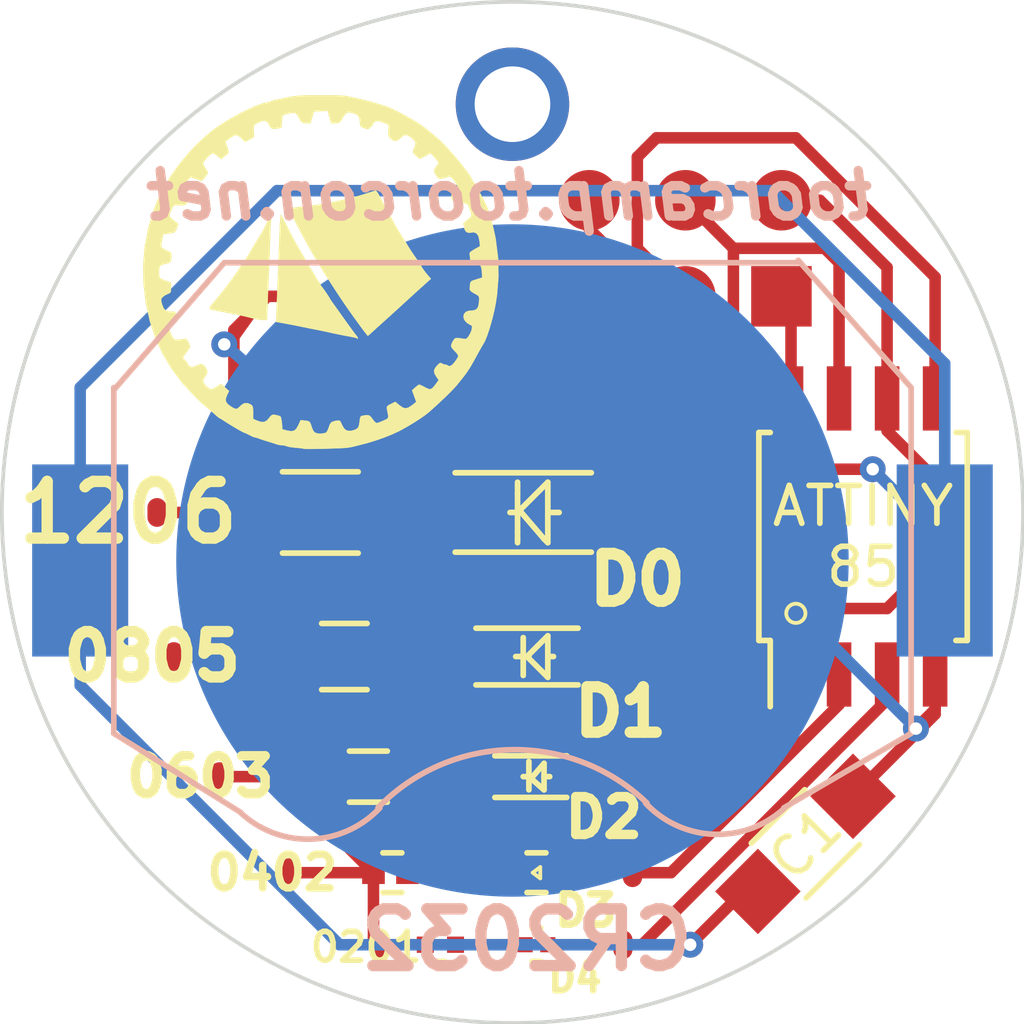
<source format=kicad_pcb>
(kicad_pcb (version 4) (host pcbnew 4.0.7)

  (general
    (links 36)
    (no_connects 0)
    (area 194.094714 78.524714 221.195286 105.625286)
    (thickness 1.6)
    (drawings 15)
    (tracks 117)
    (zones 0)
    (modules 26)
    (nets 14)
  )

  (page USLetter)
  (layers
    (0 F.Cu signal)
    (31 B.Cu signal)
    (34 B.Paste user)
    (35 F.Paste user)
    (36 B.SilkS user)
    (37 F.SilkS user)
    (38 B.Mask user)
    (39 F.Mask user)
    (40 Dwgs.User user hide)
    (44 Edge.Cuts user)
  )

  (setup
    (last_trace_width 0.1524)
    (user_trace_width 0.254)
    (user_trace_width 0.3048)
    (user_trace_width 0.4064)
    (user_trace_width 0.6096)
    (user_trace_width 2.032)
    (trace_clearance 0.1524)
    (zone_clearance 0.508)
    (zone_45_only no)
    (trace_min 0.1524)
    (segment_width 0.254)
    (edge_width 0.1)
    (via_size 0.6858)
    (via_drill 0.3302)
    (via_min_size 0.6858)
    (via_min_drill 0.3302)
    (user_via 1 0.5)
    (uvia_size 0.762)
    (uvia_drill 0.508)
    (uvias_allowed no)
    (uvia_min_size 0.508)
    (uvia_min_drill 0.127)
    (pcb_text_width 0.3)
    (pcb_text_size 1.5 1.5)
    (mod_edge_width 0.15)
    (mod_text_size 1 1)
    (mod_text_width 0.15)
    (pad_size 3 3)
    (pad_drill 2)
    (pad_to_mask_clearance 0)
    (aux_axis_origin 0 0)
    (grid_origin 210.82 95.25)
    (visible_elements 7FFEFFFF)
    (pcbplotparams
      (layerselection 0x010f0_80000000)
      (usegerberextensions true)
      (excludeedgelayer true)
      (linewidth 0.100000)
      (plotframeref false)
      (viasonmask false)
      (mode 1)
      (useauxorigin false)
      (hpglpennumber 1)
      (hpglpenspeed 20)
      (hpglpendiameter 15)
      (hpglpenoverlay 2)
      (psnegative false)
      (psa4output false)
      (plotreference true)
      (plotvalue true)
      (plotinvisibletext false)
      (padsonsilk false)
      (subtractmaskfromsilk false)
      (outputformat 1)
      (mirror false)
      (drillshape 0)
      (scaleselection 1)
      (outputdirectory gerbers/))
  )

  (net 0 "")
  (net 1 GND)
  (net 2 +BATT)
  (net 3 "Net-(CON1-Pad1)")
  (net 4 "Net-(CON1-Pad3)")
  (net 5 "Net-(CON1-Pad4)")
  (net 6 "Net-(CON1-Pad5)")
  (net 7 "Net-(D1-Pad1)")
  (net 8 "Net-(D2-Pad1)")
  (net 9 "Net-(D3-Pad1)")
  (net 10 "Net-(D0-Pad1)")
  (net 11 "Net-(D3-Pad2)")
  (net 12 "Net-(D4-Pad2)")
  (net 13 "Net-(D4-Pad1)")

  (net_class Default "This is the default net class."
    (clearance 0.1524)
    (trace_width 0.1524)
    (via_dia 0.6858)
    (via_drill 0.3302)
    (uvia_dia 0.762)
    (uvia_drill 0.508)
    (add_net +BATT)
    (add_net GND)
    (add_net "Net-(CON1-Pad1)")
    (add_net "Net-(CON1-Pad3)")
    (add_net "Net-(CON1-Pad4)")
    (add_net "Net-(CON1-Pad5)")
    (add_net "Net-(D0-Pad1)")
    (add_net "Net-(D1-Pad1)")
    (add_net "Net-(D2-Pad1)")
    (add_net "Net-(D3-Pad1)")
    (add_net "Net-(D3-Pad2)")
    (add_net "Net-(D4-Pad1)")
    (add_net "Net-(D4-Pad2)")
  )

  (module LED_0201 (layer F.Cu) (tedit 5A4BE065) (tstamp 5A2CB0D7)
    (at 208.28 103.505)
    (descr "Resistor SMD 0201, reflow soldering, Vishay (see crcw0201e3.pdf)")
    (tags "resistor 0201")
    (path /58DDCAFF)
    (attr smd)
    (fp_text reference D4 (at 1.016 0.889) (layer F.SilkS)
      (effects (font (size 0.7 0.7) (thickness 0.175)))
    )
    (fp_text value LED (at 0 1.7) (layer F.Fab)
      (effects (font (size 1 1) (thickness 0.15)))
    )
    (fp_line (start -0.325 0.175) (end -0.325 -0.175) (layer F.CrtYd) (width 0.05))
    (fp_line (start -0.325 0.175) (end 0.325 0.175) (layer F.CrtYd) (width 0.05))
    (fp_line (start 0.325 0.175) (end 0.325 -0.175) (layer F.CrtYd) (width 0.05))
    (fp_line (start -0.325 -0.175) (end 0.325 -0.175) (layer F.CrtYd) (width 0.05))
    (fp_line (start 0.115 -0.44) (end -0.115 -0.44) (layer F.SilkS) (width 0.15))
    (fp_line (start -0.115 0.44) (end 0.115 0.44) (layer F.SilkS) (width 0.15))
    (pad 1 smd rect (at -0.3 0) (size 0.4 0.4) (layers F.Cu F.Paste F.Mask)
      (net 13 "Net-(D4-Pad1)"))
    (pad 2 smd rect (at 0.3 0) (size 0.4 0.4) (layers F.Cu F.Paste F.Mask)
      (net 12 "Net-(D4-Pad2)"))
    (model Resistors_SMD.3dshapes/R_0201.wrl
      (at (xyz 0 0 0))
      (scale (xyz 1 1 1))
      (rotate (xyz 0 0 0))
    )
  )

  (module LED_0402 (layer F.Cu) (tedit 5A4BDEED) (tstamp 5A2CB0C5)
    (at 208.28 101.6)
    (descr "Resistor SMD 0402, reflow soldering, Vishay (see dcrcw.pdf)")
    (tags "resistor 0402")
    (path /58D34030)
    (attr smd)
    (fp_text reference D3 (at 1.3 1) (layer F.SilkS)
      (effects (font (size 0.8 0.8) (thickness 0.2)))
    )
    (fp_text value LED (at 0 1.8) (layer F.Fab)
      (effects (font (size 1 1) (thickness 0.15)))
    )
    (fp_line (start 0.1 0.15) (end 0.1 -0.15) (layer F.SilkS) (width 0.1))
    (fp_line (start -0.1 0) (end 0.1 0.15) (layer F.SilkS) (width 0.1))
    (fp_line (start -0.1 0) (end 0.1 -0.15) (layer F.SilkS) (width 0.1))
    (fp_line (start -0.95 -0.65) (end 0.95 -0.65) (layer F.CrtYd) (width 0.05))
    (fp_line (start -0.95 0.65) (end 0.95 0.65) (layer F.CrtYd) (width 0.05))
    (fp_line (start -0.95 -0.65) (end -0.95 0.65) (layer F.CrtYd) (width 0.05))
    (fp_line (start 0.95 -0.65) (end 0.95 0.65) (layer F.CrtYd) (width 0.05))
    (fp_line (start 0.25 -0.525) (end -0.25 -0.525) (layer F.SilkS) (width 0.15))
    (fp_line (start -0.25 0.525) (end 0.25 0.525) (layer F.SilkS) (width 0.15))
    (pad 1 smd rect (at -0.5 0) (size 0.7 0.6) (layers F.Cu F.Paste F.Mask)
      (net 9 "Net-(D3-Pad1)"))
    (pad 2 smd rect (at 0.5 0) (size 0.7 0.6) (layers F.Cu F.Paste F.Mask)
      (net 11 "Net-(D3-Pad2)"))
    (model Resistors_SMD.3dshapes/R_0402.wrl
      (at (xyz 0 0 0))
      (scale (xyz 1 1 1))
      (rotate (xyz 0 0 0))
    )
  )

  (module footprints:BATT_CR2032_SMD (layer B.Cu) (tedit 56CFB5D2) (tstamp 5A2CB063)
    (at 207.645 93.345 180)
    (tags battery)
    (path /56CFA61E)
    (fp_text reference BT1 (at 0 -5.08 180) (layer B.SilkS) hide
      (effects (font (size 1.72974 1.08712) (thickness 0.27178)) (justify mirror))
    )
    (fp_text value Battery (at 0 2.54 180) (layer B.SilkS) hide
      (effects (font (size 1.524 1.016) (thickness 0.254)) (justify mirror))
    )
    (fp_line (start -7.1755 -6.5405) (end -10.541 -4.572) (layer B.SilkS) (width 0.15))
    (fp_line (start 7.1755 -6.6675) (end 10.541 -4.572) (layer B.SilkS) (width 0.15))
    (fp_arc (start -5.4229 -4.6355) (end -3.5179 -6.4135) (angle -90) (layer B.SilkS) (width 0.15))
    (fp_arc (start 5.4102 -4.7625) (end 7.1882 -6.6675) (angle -90) (layer B.SilkS) (width 0.15))
    (fp_arc (start -0.0635 -10.033) (end -3.556 -6.4135) (angle -90) (layer B.SilkS) (width 0.15))
    (fp_line (start 7.62 7.874) (end 10.541 4.5085) (layer B.SilkS) (width 0.15))
    (fp_line (start -10.541 4.572) (end -7.5565 7.9375) (layer B.SilkS) (width 0.15))
    (fp_line (start -7.62 7.874) (end 7.62 7.874) (layer B.SilkS) (width 0.15))
    (fp_line (start -10.541 -4.572) (end -10.541 4.572) (layer B.SilkS) (width 0.15))
    (fp_line (start 10.541 -4.572) (end 10.541 4.572) (layer B.SilkS) (width 0.15))
    (fp_circle (center 0 0) (end -10.16 0) (layer Dwgs.User) (width 0.15))
    (pad 2 smd circle (at 0 0 180) (size 17.78 17.78) (layers B.Cu B.Paste B.Mask)
      (net 1 GND))
    (pad 1 smd rect (at -11.43 0 180) (size 2.54 5.08) (layers B.Cu B.Paste B.Mask)
      (net 2 +BATT))
    (pad 1 smd rect (at 11.43 0 180) (size 2.54 5.08) (layers B.Cu B.Paste B.Mask)
      (net 2 +BATT))
  )

  (module footprints:C_1206_HandSoldering (layer F.Cu) (tedit 5902BDF4) (tstamp 5A2CB074)
    (at 215.392 100.838 225)
    (descr "Capacitor SMD 1206, hand soldering")
    (tags "capacitor 1206")
    (path /553FDF53)
    (attr smd)
    (fp_text reference C1 (at 0 0 225) (layer F.SilkS)
      (effects (font (size 1 1) (thickness 0.15)))
    )
    (fp_text value "0.1 uF" (at 0 2.3 225) (layer F.Fab)
      (effects (font (size 1 1) (thickness 0.15)))
    )
    (fp_line (start -3.3 -1.15) (end 3.3 -1.15) (layer F.CrtYd) (width 0.05))
    (fp_line (start -3.3 1.15) (end 3.3 1.15) (layer F.CrtYd) (width 0.05))
    (fp_line (start -3.3 -1.15) (end -3.3 1.15) (layer F.CrtYd) (width 0.05))
    (fp_line (start 3.3 -1.15) (end 3.3 1.15) (layer F.CrtYd) (width 0.05))
    (fp_line (start 1 -1.025) (end -1 -1.025) (layer F.SilkS) (width 0.15))
    (fp_line (start -1 1.025) (end 1 1.025) (layer F.SilkS) (width 0.15))
    (pad 1 smd rect (at -1.778 0 225) (size 1.6 1.6) (layers F.Cu F.Paste F.Mask)
      (net 1 GND))
    (pad 2 smd rect (at 1.778 0 225) (size 1.6 1.6) (layers F.Cu F.Paste F.Mask)
      (net 2 +BATT))
    (model Capacitors_SMD.3dshapes/C_1206_HandSoldering.wrl
      (at (xyz 0 0 0))
      (scale (xyz 1 1 1))
      (rotate (xyz 0 0 0))
    )
  )

  (module footprints:AVR-ISP-6 (layer F.Cu) (tedit 5860A6AE) (tstamp 5A2CB07F)
    (at 214.757 83.82 270)
    (descr "6-lead dip package, row spacing 7.62 mm (300 mils)")
    (tags "dil dip 2.54 300")
    (path /58609061)
    (fp_text reference CON1 (at 0 -2.54 270) (layer F.SilkS) hide
      (effects (font (size 1 1) (thickness 0.15)))
    )
    (fp_text value AVR-ISP-6 (at 0 -3.72 270) (layer F.Fab) hide
      (effects (font (size 1 1) (thickness 0.15)))
    )
    (pad 1 smd oval (at 0 0 270) (size 1.6 1.6) (layers F.Cu F.Paste F.Mask)
      (net 3 "Net-(CON1-Pad1)"))
    (pad 2 smd rect (at 2.54 0 270) (size 1.6 1.6) (layers F.Cu F.Paste F.Mask)
      (net 2 +BATT))
    (pad 3 smd oval (at 0 2.54 270) (size 1.6 1.6) (layers F.Cu F.Paste F.Mask)
      (net 4 "Net-(CON1-Pad3)"))
    (pad 4 smd oval (at 2.54 2.54 270) (size 1.6 1.6) (layers F.Cu F.Paste F.Mask)
      (net 5 "Net-(CON1-Pad4)"))
    (pad 5 smd oval (at 0 5.08 270) (size 1.6 1.6) (layers F.Cu F.Paste F.Mask)
      (net 6 "Net-(CON1-Pad5)"))
    (pad 6 smd oval (at 2.54 5.08 270) (size 1.6 1.6) (layers F.Cu F.Paste F.Mask)
      (net 1 GND))
  )

  (module footprints:LED-1206 (layer F.Cu) (tedit 5902C0FC) (tstamp 5A2CB088)
    (at 208.28 92.075)
    (descr "LED 1206 smd package")
    (tags "LED1206 SMD")
    (path /58C49927)
    (attr smd)
    (fp_text reference D0 (at 2.667 1.778) (layer F.SilkS)
      (effects (font (size 1.25 1.25) (thickness 0.3125)))
    )
    (fp_text value LED (at 0 2) (layer F.Fab)
      (effects (font (size 1 1) (thickness 0.15)))
    )
    (fp_line (start -0.5 0.7) (end -0.5 0.8) (layer F.SilkS) (width 0.15))
    (fp_line (start -0.5 -0.7) (end -0.5 -0.8) (layer F.SilkS) (width 0.15))
    (fp_line (start 0.3 0) (end 0.6 0) (layer F.SilkS) (width 0.15))
    (fp_line (start 0.3 0.8) (end 0.3 -0.7) (layer F.SilkS) (width 0.15))
    (fp_line (start 0.3 -0.7) (end 0.3 -0.8) (layer F.SilkS) (width 0.15))
    (fp_line (start 0.2 0.7) (end 0.3 0.8) (layer F.SilkS) (width 0.15))
    (fp_line (start 0.2 -0.7) (end 0.3 -0.8) (layer F.SilkS) (width 0.15))
    (fp_line (start -0.7 0) (end -0.5 0) (layer F.SilkS) (width 0.15))
    (fp_line (start -0.5 0.5) (end -0.5 0.7) (layer F.SilkS) (width 0.15))
    (fp_line (start -0.5 -0.5) (end -0.5 -0.7) (layer F.SilkS) (width 0.15))
    (fp_line (start -0.4 0) (end 0.2 0.7) (layer F.SilkS) (width 0.15))
    (fp_line (start 0.2 -0.7) (end -0.4 -0.1) (layer F.SilkS) (width 0.15))
    (fp_line (start -2.15 1.05) (end 1.45 1.05) (layer F.SilkS) (width 0.15))
    (fp_line (start -2.15 -1.05) (end 1.45 -1.05) (layer F.SilkS) (width 0.15))
    (fp_line (start -0.5 -0.5) (end -0.5 0.5) (layer F.SilkS) (width 0.15))
    (fp_line (start 2.5 -1.25) (end -2.5 -1.25) (layer F.CrtYd) (width 0.05))
    (fp_line (start -2.5 -1.25) (end -2.5 1.25) (layer F.CrtYd) (width 0.05))
    (fp_line (start -2.5 1.25) (end 2.5 1.25) (layer F.CrtYd) (width 0.05))
    (fp_line (start 2.5 1.25) (end 2.5 -1.25) (layer F.CrtYd) (width 0.05))
    (pad 2 smd rect (at 1.524 0 180) (size 1.7 1.80086) (layers F.Cu F.Paste F.Mask)
      (net 5 "Net-(CON1-Pad4)"))
    (pad 1 smd rect (at -1.651 0 180) (size 1.7 1.80086) (layers F.Cu F.Paste F.Mask)
      (net 10 "Net-(D0-Pad1)"))
    (model LEDs.3dshapes/LED_1206.wrl
      (at (xyz 0 0 0))
      (scale (xyz 1 1 1))
      (rotate (xyz 0 0 0))
    )
  )

  (module footprints:LED-0805 (layer F.Cu) (tedit 5902C116) (tstamp 5A2CB0A0)
    (at 208.28 95.885)
    (descr "LED 0805 smd package")
    (tags "LED 0805 SMD")
    (path /58D338E3)
    (attr smd)
    (fp_text reference D1 (at 2.2225 1.4605) (layer F.SilkS)
      (effects (font (size 1.2 1.2) (thickness 0.3)))
    )
    (fp_text value LED (at 0 1.75) (layer F.Fab)
      (effects (font (size 1 1) (thickness 0.15)))
    )
    (fp_line (start 0.3 0) (end 0.45 0) (layer F.SilkS) (width 0.15))
    (fp_line (start -0.55 0) (end -0.2 0) (layer F.SilkS) (width 0.15))
    (fp_line (start -0.25 0) (end 0.3 -0.55) (layer F.SilkS) (width 0.15))
    (fp_line (start 0.3 -0.55) (end 0.3 0.55) (layer F.SilkS) (width 0.15))
    (fp_line (start 0.3 0.55) (end -0.25 0) (layer F.SilkS) (width 0.15))
    (fp_line (start -0.35 -0.35) (end -0.35 -0.5) (layer F.SilkS) (width 0.15))
    (fp_line (start -0.35 0.35) (end -0.35 0.5) (layer F.SilkS) (width 0.15))
    (fp_line (start -1.6 0.75) (end 1.1 0.75) (layer F.SilkS) (width 0.15))
    (fp_line (start -1.6 -0.75) (end 1.1 -0.75) (layer F.SilkS) (width 0.15))
    (fp_line (start -0.35 -0.35) (end -0.35 0.35) (layer F.SilkS) (width 0.15))
    (fp_line (start 1.9 -0.95) (end 1.9 0.95) (layer F.CrtYd) (width 0.05))
    (fp_line (start 1.9 0.95) (end -1.9 0.95) (layer F.CrtYd) (width 0.05))
    (fp_line (start -1.9 0.95) (end -1.9 -0.95) (layer F.CrtYd) (width 0.05))
    (fp_line (start -1.9 -0.95) (end 1.9 -0.95) (layer F.CrtYd) (width 0.05))
    (pad 2 smd rect (at 1.143 0 180) (size 1.3 1.19888) (layers F.Cu F.Paste F.Mask)
      (net 3 "Net-(CON1-Pad1)"))
    (pad 1 smd rect (at -1.27 0 180) (size 1.3 1.19888) (layers F.Cu F.Paste F.Mask)
      (net 7 "Net-(D1-Pad1)"))
    (model LEDs.3dshapes/LED-0805.wrl
      (at (xyz 0 0 0))
      (scale (xyz 1 1 1))
      (rotate (xyz 0 0 0))
    )
    (model LEDs.3dshapes/LED_0805.wrl
      (at (xyz 0 0 0))
      (scale (xyz 1 1 1))
      (rotate (xyz 0 0 0))
    )
  )

  (module footprints:LED-0603 (layer F.Cu) (tedit 5902C124) (tstamp 5A2CB0B3)
    (at 208.28 99.06)
    (descr "LED 0603 smd package")
    (tags "LED led 0603 SMD smd SMT smt smdled SMDLED smtled SMTLED")
    (path /58D33940)
    (attr smd)
    (fp_text reference D2 (at 1.778 1.0795) (layer F.SilkS)
      (effects (font (size 1 1) (thickness 0.25)))
    )
    (fp_text value LED (at 0 1.5) (layer F.Fab)
      (effects (font (size 1 1) (thickness 0.15)))
    )
    (fp_line (start 0.2 0) (end 0.35 0) (layer F.SilkS) (width 0.15))
    (fp_line (start -0.35 0) (end -0.15 0) (layer F.SilkS) (width 0.15))
    (fp_line (start -0.1 0) (end 0.2 -0.35) (layer F.SilkS) (width 0.15))
    (fp_line (start 0.2 -0.35) (end 0.2 0.35) (layer F.SilkS) (width 0.15))
    (fp_line (start 0.2 0.35) (end -0.2 0) (layer F.SilkS) (width 0.15))
    (fp_line (start -0.2 0) (end -0.15 0) (layer F.SilkS) (width 0.15))
    (fp_line (start -0.2 -0.4) (end -0.2 0.35) (layer F.SilkS) (width 0.15))
    (fp_line (start -1.1 0.55) (end 0.8 0.55) (layer F.SilkS) (width 0.15))
    (fp_line (start -1.1 -0.55) (end 0.8 -0.55) (layer F.SilkS) (width 0.15))
    (fp_line (start 1.4 -0.75) (end 1.4 0.75) (layer F.CrtYd) (width 0.05))
    (fp_line (start 1.4 0.75) (end -1.4 0.75) (layer F.CrtYd) (width 0.05))
    (fp_line (start -1.4 0.75) (end -1.4 -0.75) (layer F.CrtYd) (width 0.05))
    (fp_line (start -1.4 -0.75) (end 1.4 -0.75) (layer F.CrtYd) (width 0.05))
    (pad 2 smd rect (at 0.889 0 180) (size 1 0.79756) (layers F.Cu F.Paste F.Mask)
      (net 4 "Net-(CON1-Pad3)"))
    (pad 1 smd rect (at -0.889 0 180) (size 1 0.79756) (layers F.Cu F.Paste F.Mask)
      (net 8 "Net-(D2-Pad1)"))
    (model LEDs.3dshapes/LED_0603.wrl
      (at (xyz 0 0 0))
      (scale (xyz 1 1 1))
      (rotate (xyz 0 0 0))
    )
  )

  (module footprints:SOIJ-8_5.3x5.3mm_Pitch1.27mm (layer F.Cu) (tedit 5902B706) (tstamp 5A2CB0E9)
    (at 216.916 92.71 90)
    (descr "8-Lead Plastic Small Outline (SM) - Medium, 5.28 mm Body [SOIC] (see Microchip Packaging Specification 00000049BS.pdf)")
    (tags "SOIC 1.27")
    (path /58C478D3)
    (attr smd)
    (fp_text reference IC1 (at -1.27 2.159 90) (layer F.SilkS) hide
      (effects (font (size 1 1) (thickness 0.15)))
    )
    (fp_text value IC1 (at 0 3.68 90) (layer F.Fab)
      (effects (font (size 1 1) (thickness 0.15)))
    )
    (fp_circle (center -2.032 -1.778) (end -2.286 -1.778) (layer F.SilkS) (width 0.1))
    (fp_line (start -4.75 -2.95) (end -4.75 2.95) (layer F.CrtYd) (width 0.05))
    (fp_line (start 4.75 -2.95) (end 4.75 2.95) (layer F.CrtYd) (width 0.05))
    (fp_line (start -4.75 -2.95) (end 4.75 -2.95) (layer F.CrtYd) (width 0.05))
    (fp_line (start -4.75 2.95) (end 4.75 2.95) (layer F.CrtYd) (width 0.05))
    (fp_line (start -2.75 -2.755) (end -2.75 -2.455) (layer F.SilkS) (width 0.15))
    (fp_line (start 2.75 -2.755) (end 2.75 -2.455) (layer F.SilkS) (width 0.15))
    (fp_line (start 2.75 2.755) (end 2.75 2.455) (layer F.SilkS) (width 0.15))
    (fp_line (start -2.75 2.755) (end -2.75 2.455) (layer F.SilkS) (width 0.15))
    (fp_line (start -2.75 -2.755) (end 2.75 -2.755) (layer F.SilkS) (width 0.15))
    (fp_line (start -2.75 2.755) (end 2.75 2.755) (layer F.SilkS) (width 0.15))
    (fp_line (start -2.75 -2.455) (end -4.5 -2.455) (layer F.SilkS) (width 0.15))
    (pad 1 smd rect (at -3.65 -1.905 90) (size 1.7 0.65) (layers F.Cu F.Paste F.Mask)
      (net 6 "Net-(CON1-Pad5)"))
    (pad 2 smd rect (at -3.65 -0.635 90) (size 1.7 0.65) (layers F.Cu F.Paste F.Mask)
      (net 11 "Net-(D3-Pad2)"))
    (pad 3 smd rect (at -3.65 0.635 90) (size 1.7 0.65) (layers F.Cu F.Paste F.Mask)
      (net 12 "Net-(D4-Pad2)"))
    (pad 4 smd rect (at -3.65 1.905 90) (size 1.7 0.65) (layers F.Cu F.Paste F.Mask)
      (net 1 GND))
    (pad 5 smd rect (at 3.65 1.905 90) (size 1.7 0.65) (layers F.Cu F.Paste F.Mask)
      (net 5 "Net-(CON1-Pad4)"))
    (pad 6 smd rect (at 3.65 0.635 90) (size 1.7 0.65) (layers F.Cu F.Paste F.Mask)
      (net 3 "Net-(CON1-Pad1)"))
    (pad 7 smd rect (at 3.65 -0.635 90) (size 1.7 0.65) (layers F.Cu F.Paste F.Mask)
      (net 4 "Net-(CON1-Pad3)"))
    (pad 8 smd rect (at 3.65 -1.905 90) (size 1.7 0.65) (layers F.Cu F.Paste F.Mask)
      (net 2 +BATT))
    (model Housings_SOIC.3dshapes/SOIJ-8_5.3x5.3mm_Pitch1.27mm.wrl
      (at (xyz 0 0 0))
      (scale (xyz 1 1 1))
      (rotate (xyz 0 0 0))
    )
  )

  (module footprints:testPad (layer F.Cu) (tedit 5902BD57) (tstamp 5A2CB100)
    (at 212.09 92.075)
    (descr "module 1 pin (ou trou mecanique de percage)")
    (tags DEV)
    (path /5902B2A3)
    (fp_text reference P0 (at -0.0635 0) (layer F.SilkS) hide
      (effects (font (size 0.635 0.635) (thickness 0.127)))
    )
    (fp_text value CONN_01X01 (at 0 0) (layer F.Fab)
      (effects (font (size 0.127 0.127) (thickness 0.03175)))
    )
    (pad 1 smd oval (at 0 0) (size 0.508 0.762) (layers F.Cu F.Paste F.Mask)
      (net 5 "Net-(CON1-Pad4)"))
  )

  (module footprints:testPad (layer F.Cu) (tedit 5902BD57) (tstamp 5A2CB104)
    (at 211.582 95.885)
    (descr "module 1 pin (ou trou mecanique de percage)")
    (tags DEV)
    (path /5902B324)
    (fp_text reference P1 (at -0.0635 0) (layer F.SilkS) hide
      (effects (font (size 0.635 0.635) (thickness 0.127)))
    )
    (fp_text value CONN_01X01 (at 0 0) (layer F.Fab)
      (effects (font (size 0.127 0.127) (thickness 0.03175)))
    )
    (pad 1 smd oval (at 0 0) (size 0.508 0.762) (layers F.Cu F.Paste F.Mask)
      (net 3 "Net-(CON1-Pad1)"))
  )

  (module footprints:testPad (layer F.Cu) (tedit 5902BD57) (tstamp 5A2CB108)
    (at 211.201 99.06)
    (descr "module 1 pin (ou trou mecanique de percage)")
    (tags DEV)
    (path /5902B382)
    (fp_text reference P2 (at -0.0635 0) (layer F.SilkS) hide
      (effects (font (size 0.635 0.635) (thickness 0.127)))
    )
    (fp_text value CONN_01X01 (at 0 0) (layer F.Fab)
      (effects (font (size 0.127 0.127) (thickness 0.03175)))
    )
    (pad 1 smd oval (at 0 0) (size 0.508 0.762) (layers F.Cu F.Paste F.Mask)
      (net 4 "Net-(CON1-Pad3)"))
  )

  (module footprints:testPad (layer F.Cu) (tedit 5902BD57) (tstamp 5A2CB10C)
    (at 210.82 101.6)
    (descr "module 1 pin (ou trou mecanique de percage)")
    (tags DEV)
    (path /5902B3ED)
    (fp_text reference P3 (at -0.0635 0) (layer F.SilkS) hide
      (effects (font (size 0.635 0.635) (thickness 0.127)))
    )
    (fp_text value CONN_01X01 (at 0 0) (layer F.Fab)
      (effects (font (size 0.127 0.127) (thickness 0.03175)))
    )
    (pad 1 smd oval (at 0 0) (size 0.508 0.762) (layers F.Cu F.Paste F.Mask)
      (net 11 "Net-(D3-Pad2)"))
  )

  (module footprints:testPad (layer F.Cu) (tedit 5902BD57) (tstamp 5A2CB110)
    (at 210.566 103.505)
    (descr "module 1 pin (ou trou mecanique de percage)")
    (tags DEV)
    (path /5902B44F)
    (fp_text reference P4 (at -0.0635 0) (layer F.SilkS) hide
      (effects (font (size 0.635 0.635) (thickness 0.127)))
    )
    (fp_text value CONN_01X01 (at 0 0) (layer F.Fab)
      (effects (font (size 0.127 0.127) (thickness 0.03175)))
    )
    (pad 1 smd oval (at 0 0) (size 0.508 0.762) (layers F.Cu F.Paste F.Mask)
      (net 12 "Net-(D4-Pad2)"))
  )

  (module footprints:testPad (layer F.Cu) (tedit 5902BD57) (tstamp 5A2CB114)
    (at 198.247 92.075)
    (descr "module 1 pin (ou trou mecanique de percage)")
    (tags DEV)
    (path /5902AF42)
    (fp_text reference PG0 (at -0.0635 0) (layer F.SilkS) hide
      (effects (font (size 0.635 0.635) (thickness 0.127)))
    )
    (fp_text value CONN_01X01 (at 0 0) (layer F.Fab)
      (effects (font (size 0.127 0.127) (thickness 0.03175)))
    )
    (pad 1 smd oval (at 0 0) (size 0.508 0.762) (layers F.Cu F.Paste F.Mask)
      (net 1 GND))
  )

  (module footprints:testPad (layer F.Cu) (tedit 5902BD57) (tstamp 5A2CB118)
    (at 198.6915 95.885)
    (descr "module 1 pin (ou trou mecanique de percage)")
    (tags DEV)
    (path /5902AFA3)
    (fp_text reference PG1 (at -0.0635 0) (layer F.SilkS) hide
      (effects (font (size 0.635 0.635) (thickness 0.127)))
    )
    (fp_text value CONN_01X01 (at 0 0) (layer F.Fab)
      (effects (font (size 0.127 0.127) (thickness 0.03175)))
    )
    (pad 1 smd oval (at 0 0) (size 0.508 0.762) (layers F.Cu F.Paste F.Mask)
      (net 1 GND))
  )

  (module footprints:testPad (layer F.Cu) (tedit 5902BD57) (tstamp 5A2CB11C)
    (at 199.898 99.06)
    (descr "module 1 pin (ou trou mecanique de percage)")
    (tags DEV)
    (path /5902AFF0)
    (fp_text reference PG2 (at -0.0635 0) (layer F.SilkS) hide
      (effects (font (size 0.635 0.635) (thickness 0.127)))
    )
    (fp_text value CONN_01X01 (at 0 0) (layer F.Fab)
      (effects (font (size 0.127 0.127) (thickness 0.03175)))
    )
    (pad 1 smd oval (at 0 0) (size 0.508 0.762) (layers F.Cu F.Paste F.Mask)
      (net 1 GND))
  )

  (module footprints:testPad (layer F.Cu) (tedit 5902BD57) (tstamp 5A2CB120)
    (at 201.7395 101.6)
    (descr "module 1 pin (ou trou mecanique de percage)")
    (tags DEV)
    (path /5902B040)
    (fp_text reference PG3 (at -0.0635 0) (layer F.SilkS) hide
      (effects (font (size 0.635 0.635) (thickness 0.127)))
    )
    (fp_text value CONN_01X01 (at 0 0) (layer F.Fab)
      (effects (font (size 0.127 0.127) (thickness 0.03175)))
    )
    (pad 1 smd oval (at 0 0) (size 0.508 0.762) (layers F.Cu F.Paste F.Mask)
      (net 1 GND))
  )

  (module footprints:testPad (layer F.Cu) (tedit 5902BD57) (tstamp 5A2CB124)
    (at 204.1525 103.505)
    (descr "module 1 pin (ou trou mecanique de percage)")
    (tags DEV)
    (path /5902B093)
    (fp_text reference PG4 (at -0.0635 0) (layer F.SilkS) hide
      (effects (font (size 0.635 0.635) (thickness 0.127)))
    )
    (fp_text value CONN_01X01 (at 0 0) (layer F.Fab)
      (effects (font (size 0.127 0.127) (thickness 0.03175)))
    )
    (pad 1 smd oval (at 0 0) (size 0.508 0.762) (layers F.Cu F.Paste F.Mask)
      (net 1 GND))
  )

  (module footprints:R_1206 (layer F.Cu) (tedit 5902A5E4) (tstamp 5A2CB128)
    (at 202.565 92.075 180)
    (descr "Resistor SMD 1206, reflow soldering, Vishay (see dcrcw.pdf)")
    (tags "resistor 1206")
    (path /56CEB2B5)
    (attr smd)
    (fp_text reference R0 (at 0 0 180) (layer F.SilkS) hide
      (effects (font (size 1.25 1.25) (thickness 0.2)))
    )
    (fp_text value 330 (at 0 2.3 180) (layer F.Fab)
      (effects (font (size 1 1) (thickness 0.15)))
    )
    (fp_line (start -2.2 -1.2) (end 2.2 -1.2) (layer F.CrtYd) (width 0.05))
    (fp_line (start -2.2 1.2) (end 2.2 1.2) (layer F.CrtYd) (width 0.05))
    (fp_line (start -2.2 -1.2) (end -2.2 1.2) (layer F.CrtYd) (width 0.05))
    (fp_line (start 2.2 -1.2) (end 2.2 1.2) (layer F.CrtYd) (width 0.05))
    (fp_line (start 1 1.075) (end -1 1.075) (layer F.SilkS) (width 0.15))
    (fp_line (start -1 -1.075) (end 1 -1.075) (layer F.SilkS) (width 0.15))
    (pad 1 smd rect (at -1.778 0 180) (size 1.1 1.7) (layers F.Cu F.Paste F.Mask)
      (net 10 "Net-(D0-Pad1)"))
    (pad 2 smd rect (at 1.651 0 180) (size 1.1 1.7) (layers F.Cu F.Paste F.Mask)
      (net 1 GND))
    (model Resistors_SMD.3dshapes/R_1206.wrl
      (at (xyz 0 0 0))
      (scale (xyz 1 1 1))
      (rotate (xyz 0 0 0))
    )
  )

  (module footprints:R_0805 (layer F.Cu) (tedit 58DFDC5C) (tstamp 5A2CB133)
    (at 203.2 95.885 180)
    (descr "Resistor SMD 0805, reflow soldering, Vishay (see dcrcw.pdf)")
    (tags "resistor 0805")
    (path /58D3397B)
    (attr smd)
    (fp_text reference R1 (at 0 0 180) (layer F.SilkS) hide
      (effects (font (size 1 1) (thickness 0.15)))
    )
    (fp_text value 330 (at 0 2.1 180) (layer F.Fab)
      (effects (font (size 1 1) (thickness 0.15)))
    )
    (fp_line (start -1.6 -1) (end 1.6 -1) (layer F.CrtYd) (width 0.05))
    (fp_line (start -1.6 1) (end 1.6 1) (layer F.CrtYd) (width 0.05))
    (fp_line (start -1.6 -1) (end -1.6 1) (layer F.CrtYd) (width 0.05))
    (fp_line (start 1.6 -1) (end 1.6 1) (layer F.CrtYd) (width 0.05))
    (fp_line (start 0.6 0.875) (end -0.6 0.875) (layer F.SilkS) (width 0.15))
    (fp_line (start -0.6 -0.875) (end 0.6 -0.875) (layer F.SilkS) (width 0.15))
    (pad 1 smd rect (at -1.143 0 180) (size 0.9 1.3) (layers F.Cu F.Paste F.Mask)
      (net 7 "Net-(D1-Pad1)"))
    (pad 2 smd rect (at 1.143 0 180) (size 0.9 1.3) (layers F.Cu F.Paste F.Mask)
      (net 1 GND))
    (model Resistors_SMD.3dshapes/R_0805.wrl
      (at (xyz 0 0 0))
      (scale (xyz 1 1 1))
      (rotate (xyz 0 0 0))
    )
  )

  (module footprints:R_0603 (layer F.Cu) (tedit 5902A5F6) (tstamp 5A2CB13E)
    (at 203.835 99.06 180)
    (descr "Resistor SMD 0603, reflow soldering, Vishay (see dcrcw.pdf)")
    (tags "resistor 0603")
    (path /58D339BB)
    (attr smd)
    (fp_text reference R2 (at 0 0 180) (layer F.SilkS) hide
      (effects (font (size 1 1) (thickness 0.15)))
    )
    (fp_text value 330 (at 0 1.9 180) (layer F.Fab)
      (effects (font (size 1 1) (thickness 0.15)))
    )
    (fp_line (start -1.3 -0.8) (end 1.3 -0.8) (layer F.CrtYd) (width 0.05))
    (fp_line (start -1.3 0.8) (end 1.3 0.8) (layer F.CrtYd) (width 0.05))
    (fp_line (start -1.3 -0.8) (end -1.3 0.8) (layer F.CrtYd) (width 0.05))
    (fp_line (start 1.3 -0.8) (end 1.3 0.8) (layer F.CrtYd) (width 0.05))
    (fp_line (start 0.5 0.675) (end -0.5 0.675) (layer F.SilkS) (width 0.15))
    (fp_line (start -0.5 -0.675) (end 0.5 -0.675) (layer F.SilkS) (width 0.15))
    (pad 1 smd rect (at -0.889 0 180) (size 0.7 0.9) (layers F.Cu F.Paste F.Mask)
      (net 8 "Net-(D2-Pad1)"))
    (pad 2 smd rect (at 1.016 0 180) (size 0.7 0.9) (layers F.Cu F.Paste F.Mask)
      (net 1 GND))
    (model Resistors_SMD.3dshapes/R_0603.wrl
      (at (xyz 0 0 0))
      (scale (xyz 1 1 1))
      (rotate (xyz 0 0 0))
    )
  )

  (module footprints:R_0402 (layer F.Cu) (tedit 58DFDC4A) (tstamp 5A2CB149)
    (at 204.47 101.6 180)
    (descr "Resistor SMD 0402, reflow soldering, Vishay (see dcrcw.pdf)")
    (tags "resistor 0402")
    (path /58D3406E)
    (attr smd)
    (fp_text reference R3 (at 0 0 180) (layer Dwgs.User) hide
      (effects (font (size 1 1) (thickness 0.15)))
    )
    (fp_text value 330 (at 0 1.8 180) (layer F.Fab)
      (effects (font (size 1 1) (thickness 0.15)))
    )
    (fp_line (start -0.95 -0.65) (end 0.95 -0.65) (layer F.CrtYd) (width 0.05))
    (fp_line (start -0.95 0.65) (end 0.95 0.65) (layer F.CrtYd) (width 0.05))
    (fp_line (start -0.95 -0.65) (end -0.95 0.65) (layer F.CrtYd) (width 0.05))
    (fp_line (start 0.95 -0.65) (end 0.95 0.65) (layer F.CrtYd) (width 0.05))
    (fp_line (start 0.25 -0.525) (end -0.25 -0.525) (layer F.SilkS) (width 0.15))
    (fp_line (start -0.25 0.525) (end 0.25 0.525) (layer F.SilkS) (width 0.15))
    (pad 1 smd rect (at -0.4 0 180) (size 0.6 0.6) (layers F.Cu F.Paste F.Mask)
      (net 9 "Net-(D3-Pad1)"))
    (pad 2 smd rect (at 0.5 0 180) (size 0.6 0.6) (layers F.Cu F.Paste F.Mask)
      (net 1 GND))
    (model Resistors_SMD.3dshapes/R_0402.wrl
      (at (xyz 0 0 0))
      (scale (xyz 1 1 1))
      (rotate (xyz 0 0 0))
    )
  )

  (module footprints:R_0201 (layer F.Cu) (tedit 5A2C7C82) (tstamp 5A2CB154)
    (at 205.74 103.505 180)
    (descr "Resistor SMD 0201, reflow soldering, Vishay (see crcw0201e3.pdf)")
    (tags "resistor 0201")
    (path /58DDCB43)
    (attr smd)
    (fp_text reference R4 (at 1.397 0.762 180) (layer F.SilkS) hide
      (effects (font (size 0.762 0.762) (thickness 0.15)))
    )
    (fp_text value 330 (at 0 1.7 180) (layer F.Fab)
      (effects (font (size 1 1) (thickness 0.15)))
    )
    (fp_line (start 0.35 -0.175) (end 0.35 0.175) (layer F.CrtYd) (width 0.05))
    (fp_line (start -0.325 -0.25) (end 0.325 -0.25) (layer F.CrtYd) (width 0.05))
    (fp_line (start -0.325 0.25) (end 0.325 0.25) (layer F.CrtYd) (width 0.05))
    (fp_line (start -0.35 -0.175) (end -0.35 0.175) (layer F.CrtYd) (width 0.05))
    (fp_line (start 0.115 -0.44) (end -0.115 -0.44) (layer F.SilkS) (width 0.15))
    (fp_line (start -0.115 0.44) (end 0.115 0.44) (layer F.SilkS) (width 0.15))
    (pad 1 smd rect (at -0.4 0 180) (size 0.45 0.43) (layers F.Cu F.Paste F.Mask)
      (net 13 "Net-(D4-Pad1)"))
    (pad 2 smd rect (at 0.4 0 180) (size 0.45 0.43) (layers F.Cu F.Paste F.Mask)
      (net 1 GND))
    (model Resistors_SMD.3dshapes/R_0201.wrl
      (at (xyz 0 0 0))
      (scale (xyz 1 1 1))
      (rotate (xyz 0 0 0))
    )
  )

  (module footprints:Pin_Header_Straight_1x01 (layer F.Cu) (tedit 5A2CB1FD) (tstamp 5A2CB193)
    (at 207.645 81.28)
    (descr "Through hole pin header")
    (tags "pin header")
    (path /5860AE9A)
    (fp_text reference P5 (at -0.6 -0.5) (layer F.SilkS) hide
      (effects (font (size 0.127 0.127) (thickness 0.03175)))
    )
    (fp_text value CONN_01X01 (at 0 0.9) (layer F.Fab)
      (effects (font (size 0.127 0.127) (thickness 0.03175)))
    )
    (pad 1 thru_hole circle (at 0 0) (size 3 3) (drill 2) (layers *.Cu *.Mask))
  )

  (module footprints:toor_logo (layer F.Cu) (tedit 0) (tstamp 5AF90AD1)
    (at 202.565 85.725)
    (fp_text reference G*** (at 0 0) (layer F.SilkS) hide
      (effects (font (thickness 0.3)))
    )
    (fp_text value LOGO (at 0.75 0) (layer F.SilkS) hide
      (effects (font (thickness 0.3)))
    )
    (fp_poly (pts (xy 0.228504 -4.682477) (xy 0.432959 -4.67839) (xy 0.589172 -4.670404) (xy 0.698352 -4.65847)
      (xy 0.7239 -4.653736) (xy 0.905619 -4.61458) (xy 1.048842 -4.582753) (xy 1.164852 -4.555474)
      (xy 1.264937 -4.529962) (xy 1.360382 -4.503436) (xy 1.462474 -4.473115) (xy 1.4859 -4.465979)
      (xy 1.597337 -4.431622) (xy 1.694708 -4.401047) (xy 1.765075 -4.378346) (xy 1.7907 -4.369568)
      (xy 1.849733 -4.344054) (xy 1.940118 -4.300782) (xy 2.049712 -4.246021) (xy 2.166377 -4.186043)
      (xy 2.27797 -4.127117) (xy 2.372352 -4.075514) (xy 2.437381 -4.037504) (xy 2.450998 -4.028545)
      (xy 2.525058 -3.979686) (xy 2.596498 -3.9371) (xy 2.596679 -3.937) (xy 2.660707 -3.895685)
      (xy 2.75167 -3.828931) (xy 2.858818 -3.745362) (xy 2.971399 -3.653601) (xy 3.07866 -3.562272)
      (xy 3.169849 -3.479998) (xy 3.187814 -3.462882) (xy 3.289522 -3.360295) (xy 3.400651 -3.240826)
      (xy 3.516034 -3.110831) (xy 3.630505 -2.976665) (xy 3.738897 -2.844684) (xy 3.836045 -2.721244)
      (xy 3.916782 -2.612699) (xy 3.97594 -2.525406) (xy 4.008355 -2.46572) (xy 4.012926 -2.447861)
      (xy 4.030815 -2.408904) (xy 4.050568 -2.388208) (xy 4.081609 -2.349977) (xy 4.124484 -2.281999)
      (xy 4.162144 -2.213648) (xy 4.252018 -2.039367) (xy 4.320944 -1.904441) (xy 4.371592 -1.803245)
      (xy 4.406633 -1.73016) (xy 4.428736 -1.679561) (xy 4.440572 -1.645828) (xy 4.44481 -1.623337)
      (xy 4.445 -1.61806) (xy 4.456996 -1.555254) (xy 4.468858 -1.526881) (xy 4.492381 -1.467755)
      (xy 4.522153 -1.370818) (xy 4.555068 -1.248189) (xy 4.58802 -1.111987) (xy 4.617903 -0.974332)
      (xy 4.638852 -0.8636) (xy 4.699091 -0.377612) (xy 4.710327 0.103567) (xy 4.672561 0.587334)
      (xy 4.638729 0.8128) (xy 4.605292 0.983817) (xy 4.562957 1.164831) (xy 4.514686 1.345981)
      (xy 4.463439 1.51741) (xy 4.412177 1.669259) (xy 4.363863 1.791667) (xy 4.321457 1.874777)
      (xy 4.318297 1.8796) (xy 4.289357 1.926906) (xy 4.243085 2.007337) (xy 4.186101 2.109218)
      (xy 4.131023 2.2098) (xy 4.05138 2.355404) (xy 3.985482 2.471022) (xy 3.925206 2.56871)
      (xy 3.86243 2.660524) (xy 3.789032 2.758522) (xy 3.696889 2.874759) (xy 3.615135 2.975586)
      (xy 3.544268 3.055688) (xy 3.442865 3.160869) (xy 3.319061 3.283269) (xy 3.180995 3.415032)
      (xy 3.036803 3.548297) (xy 2.894624 3.675205) (xy 2.855647 3.709079) (xy 2.759683 3.783927)
      (xy 2.629933 3.873785) (xy 2.478187 3.971225) (xy 2.316233 4.068815) (xy 2.15586 4.159126)
      (xy 2.069273 4.204702) (xy 1.897238 4.284316) (xy 1.692567 4.365962) (xy 1.472739 4.443361)
      (xy 1.255234 4.510237) (xy 1.1176 4.546492) (xy 1.034779 4.567137) (xy 0.938849 4.591883)
      (xy 0.9144 4.598335) (xy 0.817254 4.62026) (xy 0.719142 4.636701) (xy 0.6985 4.639141)
      (xy 0.629189 4.644351) (xy 0.526733 4.649596) (xy 0.399983 4.654667) (xy 0.257786 4.659353)
      (xy 0.108991 4.663445) (xy -0.037551 4.666732) (xy -0.172993 4.669004) (xy -0.288485 4.670051)
      (xy -0.375177 4.669662) (xy -0.424222 4.667627) (xy -0.4318 4.665996) (xy -0.461447 4.658175)
      (xy -0.5286 4.648912) (xy -0.620069 4.639951) (xy -0.642794 4.638143) (xy -0.744081 4.627714)
      (xy -0.829983 4.613995) (xy -0.884137 4.59969) (xy -0.888775 4.59752) (xy -0.949413 4.578613)
      (xy -1.013136 4.572) (xy -1.090647 4.564219) (xy -1.148155 4.549218) (xy -1.200419 4.531019)
      (xy -1.284492 4.504019) (xy -1.383416 4.473645) (xy -1.397 4.469577) (xy -1.494071 4.439514)
      (xy -1.576026 4.41217) (xy -1.62727 4.392786) (xy -1.631606 4.390759) (xy -1.688268 4.37177)
      (xy -1.712812 4.3688) (xy -1.755248 4.357454) (xy -1.823281 4.328427) (xy -1.86934 4.3053)
      (xy -1.939655 4.269615) (xy -1.991194 4.246579) (xy -2.007167 4.2418) (xy -2.037037 4.229362)
      (xy -2.099727 4.196053) (xy -2.184948 4.147878) (xy -2.282411 4.090842) (xy -2.381828 4.030949)
      (xy -2.472911 3.974204) (xy -2.534393 3.93408) (xy -2.598155 3.892523) (xy -2.642979 3.865967)
      (xy -2.655043 3.8608) (xy -2.681236 3.846078) (xy -2.71145 3.82194) (xy -2.758098 3.781177)
      (xy -2.821741 3.725582) (xy -2.8448 3.705442) (xy -2.923443 3.638875) (xy -3.005469 3.572468)
      (xy -3.021246 3.560151) (xy -3.073513 3.515754) (xy -3.150992 3.444971) (xy -3.243206 3.35757)
      (xy -3.339087 3.2639) (xy -3.663573 2.910551) (xy -3.9408 2.54059) (xy -4.172418 2.150836)
      (xy -4.360083 1.738109) (xy -4.505448 1.299228) (xy -4.610165 0.831014) (xy -4.61333 0.8128)
      (xy -4.674325 0.314267) (xy -4.680548 0.021914) (xy -4.266929 0.021914) (xy -4.260932 0.098269)
      (xy -4.246121 0.146278) (xy -4.212079 0.171186) (xy -4.145723 0.201693) (xy -4.08776 0.222478)
      (xy -3.9497 0.2667) (xy -3.9497 0.404133) (xy -3.951597 0.48412) (xy -3.962344 0.528615)
      (xy -3.989527 0.552912) (xy -4.0316 0.569233) (xy -4.107359 0.605951) (xy -4.16797 0.651425)
      (xy -4.198669 0.686668) (xy -4.209973 0.72198) (xy -4.203806 0.774975) (xy -4.18843 0.838653)
      (xy -4.147381 0.947619) (xy -4.088113 1.012338) (xy -4.004338 1.037941) (xy -3.945144 1.037175)
      (xy -3.879896 1.036341) (xy -3.841376 1.057317) (xy -3.807946 1.112557) (xy -3.805449 1.1176)
      (xy -3.770754 1.200793) (xy -3.768429 1.260336) (xy -3.802785 1.31216) (xy -3.873501 1.368872)
      (xy -3.946367 1.429535) (xy -3.980712 1.486953) (xy -3.978879 1.554431) (xy -3.943208 1.645277)
      (xy -3.927637 1.6764) (xy -3.888967 1.744703) (xy -3.855111 1.777715) (xy -3.810941 1.786862)
      (xy -3.782303 1.786167) (xy -3.694096 1.777508) (xy -3.616955 1.764793) (xy -3.567446 1.758418)
      (xy -3.534631 1.77296) (xy -3.503815 1.818653) (xy -3.484108 1.857299) (xy -3.452762 1.92645)
      (xy -3.444787 1.969538) (xy -3.458368 2.004615) (xy -3.467902 2.018373) (xy -3.506343 2.071813)
      (xy -3.556378 2.14253) (xy -3.57241 2.165403) (xy -3.639021 2.260706) (xy -3.572111 2.327616)
      (xy -3.527965 2.380202) (xy -3.505808 2.423123) (xy -3.5052 2.428269) (xy -3.483372 2.470833)
      (xy -3.431279 2.4984) (xy -3.369009 2.502699) (xy -3.343275 2.494955) (xy -3.238482 2.449083)
      (xy -3.166852 2.427558) (xy -3.11638 2.431483) (xy -3.075059 2.46196) (xy -3.030883 2.520093)
      (xy -3.028286 2.523889) (xy -2.991243 2.594694) (xy -2.990195 2.658193) (xy -3.02675 2.730549)
      (xy -3.052324 2.765675) (xy -3.093492 2.846099) (xy -3.086713 2.922156) (xy -3.031026 2.999484)
      (xy -3.009017 3.019968) (xy -2.950003 3.066908) (xy -2.903809 3.095126) (xy -2.891176 3.0988)
      (xy -2.855364 3.086305) (xy -2.792892 3.054135) (xy -2.742043 3.024301) (xy -2.620967 2.949802)
      (xy -2.414725 3.140204) (xy -2.465877 3.243591) (xy -2.501019 3.339755) (xy -2.496593 3.417287)
      (xy -2.449197 3.485914) (xy -2.357202 3.554261) (xy -2.282664 3.597936) (xy -2.230732 3.613778)
      (xy -2.185149 3.599202) (xy -2.12966 3.55162) (xy -2.090363 3.511815) (xy -2.011313 3.463418)
      (xy -1.919797 3.461106) (xy -1.840607 3.495421) (xy -1.806705 3.522922) (xy -1.787817 3.558889)
      (xy -1.779674 3.617714) (xy -1.778 3.706433) (xy -1.778 3.876423) (xy -1.680566 3.919411)
      (xy -1.56957 3.957431) (xy -1.483819 3.957791) (xy -1.412303 3.918419) (xy -1.359437 3.858949)
      (xy -1.311398 3.798426) (xy -1.273172 3.770843) (xy -1.225978 3.767148) (xy -1.181637 3.773263)
      (xy -1.110569 3.789403) (xy -1.060915 3.808919) (xy -1.0541 3.813864) (xy -1.038773 3.850417)
      (xy -1.024567 3.921166) (xy -1.016 3.9954) (xy -1.0033 4.1529) (xy -0.8763 4.184984)
      (xy -0.768421 4.202667) (xy -0.690683 4.187573) (xy -0.630932 4.133746) (xy -0.578795 4.039189)
      (xy -0.5207 3.910828) (xy -0.409895 3.92169) (xy -0.335474 3.931713) (xy -0.290272 3.951659)
      (xy -0.261003 3.993826) (xy -0.234379 4.070512) (xy -0.228703 4.0894) (xy -0.191649 4.184861)
      (xy -0.143094 4.239539) (xy -0.070175 4.263433) (xy 0 4.2672) (xy 0.079487 4.260592)
      (xy 0.141372 4.243962) (xy 0.15608 4.23545) (xy 0.187216 4.191805) (xy 0.217325 4.121881)
      (xy 0.224552 4.098763) (xy 0.255762 4.012892) (xy 0.298397 3.963282) (xy 0.368141 3.936021)
      (xy 0.4191 3.926261) (xy 0.480368 3.91853) (xy 0.516162 3.928043) (xy 0.542179 3.965296)
      (xy 0.568007 4.025814) (xy 0.625684 4.128999) (xy 0.697947 4.184992) (xy 0.78981 4.19649)
      (xy 0.859014 4.182395) (xy 0.942292 4.152785) (xy 0.992584 4.115741) (xy 1.020417 4.057457)
      (xy 1.036316 3.964125) (xy 1.038202 3.947353) (xy 1.04903 3.864769) (xy 1.063617 3.819637)
      (xy 1.089667 3.798762) (xy 1.1303 3.789652) (xy 1.222596 3.778172) (xy 1.282016 3.783229)
      (xy 1.325407 3.810957) (xy 1.369616 3.86749) (xy 1.378048 3.87985) (xy 1.426845 3.941698)
      (xy 1.470948 3.980754) (xy 1.489206 3.9878) (xy 1.531629 3.977715) (xy 1.602567 3.951584)
      (xy 1.668076 3.923386) (xy 1.734734 3.893205) (xy 1.775392 3.868799) (xy 1.794019 3.83825)
      (xy 1.794586 3.789637) (xy 1.781063 3.711043) (xy 1.76529 3.63155) (xy 1.757721 3.57755)
      (xy 1.76846 3.543102) (xy 1.807426 3.513423) (xy 1.864439 3.483749) (xy 1.981076 3.425497)
      (xy 2.095152 3.518974) (xy 2.178856 3.577117) (xy 2.251355 3.597566) (xy 2.325833 3.579692)
      (xy 2.415478 3.522869) (xy 2.441839 3.502475) (xy 2.5372 3.426948) (xy 2.482321 3.274422)
      (xy 2.427441 3.121896) (xy 2.507743 3.046848) (xy 2.562987 3.000574) (xy 2.605621 2.974165)
      (xy 2.614809 2.9718) (xy 2.650351 2.983352) (xy 2.713812 3.013136) (xy 2.767607 3.04165)
      (xy 2.847566 3.081167) (xy 2.906224 3.091727) (xy 2.956763 3.069298) (xy 3.012365 3.00985)
      (xy 3.05415 2.954033) (xy 3.130444 2.848711) (xy 3.078211 2.775356) (xy 3.022497 2.682286)
      (xy 3.007047 2.606977) (xy 3.03204 2.535986) (xy 3.082239 2.472215) (xy 3.138661 2.415946)
      (xy 3.175114 2.395212) (xy 3.201672 2.404581) (xy 3.203854 2.40665) (xy 3.254935 2.433215)
      (xy 3.2893 2.4384) (xy 3.346171 2.450885) (xy 3.370563 2.466323) (xy 3.419353 2.484363)
      (xy 3.480149 2.453589) (xy 3.552325 2.374389) (xy 3.579008 2.336996) (xy 3.621799 2.273518)
      (xy 3.643445 2.228791) (xy 3.641107 2.19025) (xy 3.611948 2.145329) (xy 3.553129 2.081463)
      (xy 3.51155 2.038333) (xy 3.468272 1.982803) (xy 3.45848 1.930237) (xy 3.481851 1.864052)
      (xy 3.507255 1.818319) (xy 3.542623 1.76422) (xy 3.576864 1.74024) (xy 3.629726 1.737682)
      (xy 3.678705 1.742825) (xy 3.755797 1.75306) (xy 3.813057 1.762581) (xy 3.826663 1.765744)
      (xy 3.869008 1.75287) (xy 3.919604 1.694764) (xy 3.971381 1.602647) (xy 4.000812 1.52397)
      (xy 4.012135 1.454745) (xy 4.004381 1.40849) (xy 3.986105 1.397) (xy 3.950565 1.382669)
      (xy 3.893949 1.346746) (xy 3.871805 1.330485) (xy 3.807552 1.257955) (xy 3.784308 1.178901)
      (xy 3.798948 1.104802) (xy 3.848348 1.047139) (xy 3.929384 1.01739) (xy 3.95749 1.015625)
      (xy 4.058709 1.007508) (xy 4.12709 0.978885) (xy 4.169184 0.921914) (xy 4.191538 0.828752)
      (xy 4.199487 0.725836) (xy 4.198933 0.667451) (xy 4.183862 0.629326) (xy 4.14346 0.596923)
      (xy 4.0767 0.560736) (xy 3.99308 0.509101) (xy 3.954195 0.464288) (xy 3.951816 0.45085)
      (xy 3.956656 0.348192) (xy 3.964411 0.283994) (xy 3.982923 0.246155) (xy 4.020033 0.222574)
      (xy 4.083583 0.201151) (xy 4.12115 0.189539) (xy 4.2799 0.1397) (xy 4.272475 -0.0127)
      (xy 4.258612 -0.123969) (xy 4.224446 -0.196116) (xy 4.16149 -0.239426) (xy 4.065489 -0.263516)
      (xy 3.999163 -0.278245) (xy 3.969409 -0.301704) (xy 3.962089 -0.345653) (xy 3.962053 -0.349551)
      (xy 3.95639 -0.423831) (xy 3.947324 -0.472681) (xy 3.946744 -0.50646) (xy 3.970686 -0.538901)
      (xy 4.027583 -0.578747) (xy 4.078007 -0.608131) (xy 4.223073 -0.690001) (xy 4.208245 -0.833951)
      (xy 4.182412 -0.95404) (xy 4.134263 -1.028581) (xy 4.063657 -1.057729) (xy 4.009596 -1.053309)
      (xy 3.9385 -1.046956) (xy 3.88807 -1.053507) (xy 3.841821 -1.08965) (xy 3.80989 -1.1495)
      (xy 3.805858 -1.202824) (xy 3.796881 -1.239132) (xy 3.785095 -1.256704) (xy 3.780101 -1.284532)
      (xy 3.809651 -1.323235) (xy 3.87204 -1.37468) (xy 3.948073 -1.435253) (xy 3.988223 -1.48087)
      (xy 3.99871 -1.524996) (xy 3.985756 -1.581097) (xy 3.977766 -1.603532) (xy 3.936381 -1.710737)
      (xy 3.903218 -1.777652) (xy 3.871044 -1.812378) (xy 3.832625 -1.823017) (xy 3.785771 -1.818532)
      (xy 3.707896 -1.803824) (xy 3.643144 -1.788975) (xy 3.641036 -1.788402) (xy 3.599123 -1.788418)
      (xy 3.558499 -1.819803) (xy 3.520386 -1.870485) (xy 3.472567 -1.950457) (xy 3.460027 -2.010748)
      (xy 3.484265 -2.068708) (xy 3.54352 -2.138255) (xy 3.594578 -2.198415) (xy 3.626321 -2.247955)
      (xy 3.63157 -2.265255) (xy 3.617044 -2.302693) (xy 3.580136 -2.364834) (xy 3.542423 -2.41935)
      (xy 3.474726 -2.50044) (xy 3.421814 -2.536882) (xy 3.379516 -2.531161) (xy 3.369215 -2.52255)
      (xy 3.331059 -2.503769) (xy 3.307832 -2.498405) (xy 3.248926 -2.487132) (xy 3.198652 -2.475675)
      (xy 3.151583 -2.472634) (xy 3.110462 -2.496638) (xy 3.06291 -2.55206) (xy 3.013513 -2.638649)
      (xy 3.010822 -2.715318) (xy 3.055238 -2.793039) (xy 3.072417 -2.812494) (xy 3.109674 -2.86079)
      (xy 3.1242 -2.895106) (xy 3.108109 -2.926901) (xy 3.066335 -2.982021) (xy 3.019269 -3.035972)
      (xy 2.914338 -3.149808) (xy 2.773785 -3.073681) (xy 2.633231 -2.997554) (xy 2.546687 -3.063564)
      (xy 2.47756 -3.123169) (xy 2.448216 -3.172883) (xy 2.453567 -3.226633) (xy 2.472008 -3.267958)
      (xy 2.511696 -3.359695) (xy 2.516503 -3.42829) (xy 2.482867 -3.488553) (xy 2.40723 -3.555298)
      (xy 2.401985 -3.559297) (xy 2.325939 -3.612365) (xy 2.26829 -3.633803) (xy 2.214481 -3.622077)
      (xy 2.149952 -3.575652) (xy 2.096389 -3.527101) (xy 2.030603 -3.479401) (xy 1.968823 -3.471832)
      (xy 1.897414 -3.504828) (xy 1.856337 -3.534714) (xy 1.822303 -3.56719) (xy 1.804704 -3.606911)
      (xy 1.799307 -3.669616) (xy 1.800736 -3.741548) (xy 1.806497 -3.900458) (xy 1.709698 -3.941727)
      (xy 1.632978 -3.972627) (xy 1.566735 -3.996401) (xy 1.556709 -3.999506) (xy 1.493965 -4.001578)
      (xy 1.435076 -3.979662) (xy 1.399976 -3.942702) (xy 1.397 -3.927834) (xy 1.379829 -3.889475)
      (xy 1.337953 -3.839697) (xy 1.332612 -3.834567) (xy 1.289403 -3.798177) (xy 1.251988 -3.787108)
      (xy 1.198919 -3.798422) (xy 1.161162 -3.811089) (xy 1.098185 -3.835386) (xy 1.065556 -3.862737)
      (xy 1.051857 -3.909831) (xy 1.04652 -3.978626) (xy 1.033004 -4.074725) (xy 0.998941 -4.138499)
      (xy 0.933798 -4.182164) (xy 0.844267 -4.213123) (xy 0.762167 -4.229877) (xy 0.702153 -4.220172)
      (xy 0.651884 -4.177318) (xy 0.599014 -4.094627) (xy 0.587819 -4.074163) (xy 0.546367 -4.002458)
      (xy 0.510635 -3.964371) (xy 0.463906 -3.947944) (xy 0.403212 -3.942088) (xy 0.285724 -3.934475)
      (xy 0.195102 -4.269263) (xy 0.015001 -4.261882) (xy -0.1651 -4.2545) (xy -0.214363 -4.094555)
      (xy -0.263625 -3.93461) (xy -0.379463 -3.942155) (xy -0.445725 -3.949156) (xy -0.48869 -3.966983)
      (xy -0.523581 -4.007088) (xy -0.565622 -4.080923) (xy -0.566763 -4.08305) (xy -0.610315 -4.158606)
      (xy -0.64554 -4.198738) (xy -0.685057 -4.214305) (xy -0.721722 -4.216401) (xy -0.792628 -4.209201)
      (xy -0.875647 -4.191288) (xy -0.949356 -4.168187) (xy -0.9906 -4.147041) (xy -0.999163 -4.117842)
      (xy -1.008706 -4.052914) (xy -1.016 -3.979503) (xy -1.0287 -3.822982) (xy -1.149397 -3.801035)
      (xy -1.225152 -3.790192) (xy -1.270779 -3.795859) (xy -1.305452 -3.822302) (xy -1.320002 -3.838994)
      (xy -1.35602 -3.891742) (xy -1.370755 -3.931195) (xy -1.392179 -3.964273) (xy -1.436809 -3.993201)
      (xy -1.470945 -4.006276) (xy -1.504332 -4.008631) (xy -1.548037 -3.997177) (xy -1.613126 -3.968823)
      (xy -1.710666 -3.920479) (xy -1.7272 -3.912112) (xy -1.752374 -3.873249) (xy -1.76319 -3.796565)
      (xy -1.758712 -3.693235) (xy -1.750429 -3.634982) (xy -1.751708 -3.593942) (xy -1.779053 -3.559881)
      (xy -1.842542 -3.521149) (xy -1.8542 -3.515047) (xy -1.921913 -3.481051) (xy -1.969154 -3.459345)
      (xy -1.9812 -3.455234) (xy -2.005885 -3.470606) (xy -2.052377 -3.50981) (xy -2.07099 -3.526902)
      (xy -2.148948 -3.595429) (xy -2.207575 -3.628023) (xy -2.262142 -3.625944) (xy -2.32792 -3.590452)
      (xy -2.380711 -3.552457) (xy -2.513522 -3.453423) (xy -2.46055 -3.311843) (xy -2.435726 -3.233914)
      (xy -2.425226 -3.175805) (xy -2.429339 -3.153385) (xy -2.460584 -3.12692) (xy -2.512764 -3.080858)
      (xy -2.533366 -3.062374) (xy -2.615632 -2.988241) (xy -2.716027 -3.068921) (xy -2.779669 -3.115506)
      (xy -2.830403 -3.14465) (xy -2.847128 -3.149601) (xy -2.882299 -3.131329) (xy -2.9359 -3.085009)
      (xy -2.996082 -3.023384) (xy -3.050999 -2.959199) (xy -3.088804 -2.905197) (xy -3.0988 -2.878888)
      (xy -3.085285 -2.836378) (xy -3.051356 -2.773483) (xy -3.035301 -2.748657) (xy -2.996631 -2.686227)
      (xy -2.974352 -2.639546) (xy -2.972178 -2.629354) (xy -2.987779 -2.596402) (xy -3.02708 -2.541401)
      (xy -3.054728 -2.507672) (xy -3.1369 -2.411844) (xy -3.270523 -2.463222) (xy -3.348427 -2.491531)
      (xy -3.407985 -2.510192) (xy -3.429832 -2.5146) (xy -3.457856 -2.494204) (xy -3.498646 -2.442883)
      (xy -3.542839 -2.375441) (xy -3.581072 -2.306681) (xy -3.603984 -2.251405) (xy -3.606801 -2.2348)
      (xy -3.591127 -2.193575) (xy -3.550815 -2.131501) (xy -3.514366 -2.085555) (xy -3.421931 -1.977566)
      (xy -3.49535 -1.873102) (xy -3.537859 -1.81554) (xy -3.573726 -1.78489) (xy -3.620566 -1.773535)
      (xy -3.69599 -1.773855) (xy -3.722344 -1.774906) (xy -3.808288 -1.776806) (xy -3.858225 -1.770212)
      (xy -3.886832 -1.75001) (xy -3.908789 -1.711087) (xy -3.909423 -1.709737) (xy -3.941272 -1.643035)
      (xy -3.965364 -1.594195) (xy -3.98725 -1.522274) (xy -3.96928 -1.459506) (xy -3.907559 -1.396449)
      (xy -3.8735 -1.3716) (xy -3.810283 -1.325253) (xy -3.768773 -1.289349) (xy -3.7592 -1.275979)
      (xy -3.767546 -1.24377) (xy -3.788541 -1.182782) (xy -3.799145 -1.154406) (xy -3.823533 -1.096807)
      (xy -3.850909 -1.063236) (xy -3.896 -1.044127) (xy -3.973533 -1.029913) (xy -3.995976 -1.026556)
      (xy -4.152862 -1.0033) (xy -4.187682 -0.840611) (xy -4.205522 -0.75273) (xy -4.210665 -0.7)
      (xy -4.201357 -0.667965) (xy -4.175841 -0.642169) (xy -4.162302 -0.631588) (xy -4.093449 -0.58959)
      (xy -4.01955 -0.557358) (xy -3.969966 -0.536791) (xy -3.945657 -0.508177) (xy -3.937675 -0.455036)
      (xy -3.937 -0.405324) (xy -3.942436 -0.323455) (xy -3.965952 -0.272871) (xy -4.018359 -0.242105)
      (xy -4.110469 -0.219691) (xy -4.11238 -0.219327) (xy -4.181698 -0.200056) (xy -4.231416 -0.175824)
      (xy -4.23303 -0.17454) (xy -4.252193 -0.133736) (xy -4.263754 -0.061837) (xy -4.266929 0.021914)
      (xy -4.680548 0.021914) (xy -4.68482 -0.17876) (xy -4.644826 -0.666189) (xy -4.554352 -1.147929)
      (xy -4.413408 -1.62389) (xy -4.312643 -1.887374) (xy -4.164282 -2.197442) (xy -3.974971 -2.514849)
      (xy -3.751804 -2.830424) (xy -3.501876 -3.135) (xy -3.23228 -3.419407) (xy -2.95011 -3.674477)
      (xy -2.8956 -3.718915) (xy -2.753806 -3.824566) (xy -2.589191 -3.934127) (xy -2.409233 -4.043786)
      (xy -2.221411 -4.149728) (xy -2.033202 -4.248141) (xy -1.852084 -4.335209) (xy -1.685537 -4.407121)
      (xy -1.541038 -4.460062) (xy -1.426065 -4.490218) (xy -1.372212 -4.4958) (xy -1.324896 -4.506292)
      (xy -1.309835 -4.518394) (xy -1.277258 -4.537645) (xy -1.217277 -4.553552) (xy -1.213086 -4.554249)
      (xy -1.152736 -4.565391) (xy -1.058202 -4.584499) (xy -0.944867 -4.608418) (xy -0.8763 -4.623314)
      (xy -0.784831 -4.641995) (xy -0.696596 -4.656206) (xy -0.602268 -4.666596) (xy -0.49252 -4.673817)
      (xy -0.358025 -4.67852) (xy -0.189458 -4.681357) (xy -0.0254 -4.682709) (xy 0.228504 -4.682477)) (layer F.SilkS) (width 0.01))
    (fp_poly (pts (xy -1.027973 -1.501373) (xy -0.99426 -1.442299) (xy -0.947838 -1.354493) (xy -0.893333 -1.246492)
      (xy -0.88261 -1.224728) (xy -0.829366 -1.116834) (xy -0.78103 -1.02071) (xy -0.734021 -0.929996)
      (xy -0.684764 -0.838333) (xy -0.629681 -0.739362) (xy -0.565194 -0.626724) (xy -0.487725 -0.49406)
      (xy -0.393697 -0.33501) (xy -0.279533 -0.143216) (xy -0.186455 0.0127) (xy -0.153445 0.070945)
      (xy -0.115324 0.141983) (xy -0.113815 0.144881) (xy -0.075298 0.208415) (xy -0.038426 0.253611)
      (xy -0.035761 0.255941) (xy -0.004868 0.297947) (xy 0 0.318493) (xy 0.012358 0.354754)
      (xy 0.01905 0.359833) (xy 0.040308 0.383084) (xy 0.080171 0.436284) (xy 0.129813 0.506621)
      (xy 0.180413 0.581283) (xy 0.223145 0.647458) (xy 0.249188 0.692336) (xy 0.251496 0.697339)
      (xy 0.276199 0.739236) (xy 0.2829 0.748139) (xy 0.303528 0.776205) (xy 0.348715 0.839022)
      (xy 0.413667 0.929879) (xy 0.493588 1.042068) (xy 0.583684 1.168878) (xy 0.600994 1.193278)
      (xy 0.694309 1.324087) (xy 0.780334 1.443267) (xy 0.853778 1.5436) (xy 0.909352 1.617868)
      (xy 0.941765 1.658853) (xy 0.94424 1.661617) (xy 0.975071 1.703273) (xy 0.990756 1.739377)
      (xy 0.988427 1.757215) (xy 0.965218 1.744076) (xy 0.962171 1.741105) (xy 0.932945 1.730759)
      (xy 0.86868 1.715531) (xy 0.799188 1.701729) (xy 0.630826 1.670279) (xy 0.492207 1.643138)
      (xy 0.362978 1.616202) (xy 0.2286 1.586668) (xy 0.117001 1.562283) (xy 0.007514 1.539323)
      (xy -0.076167 1.522757) (xy -0.0762 1.522751) (xy -0.158054 1.506982) (xy -0.267405 1.485234)
      (xy -0.382027 1.461934) (xy -0.3937 1.459529) (xy -0.551356 1.42719) (xy -0.678119 1.401753)
      (xy -0.792784 1.379542) (xy -0.914145 1.356883) (xy -0.985484 1.343823) (xy -1.170868 1.310036)
      (xy -1.155997 0.956368) (xy -1.150775 0.829473) (xy -1.144131 0.663887) (xy -1.136542 0.471681)
      (xy -1.12848 0.26493) (xy -1.120421 0.055704) (xy -1.115508 -0.0733) (xy -1.107645 -0.280511)
      (xy -1.09947 -0.495422) (xy -1.091468 -0.705328) (xy -1.084124 -0.897522) (xy -1.077923 -1.0593)
      (xy -1.074946 -1.13665) (xy -1.06882 -1.270306) (xy -1.061766 -1.383898) (xy -1.05447 -1.468748)
      (xy -1.047619 -1.516179) (xy -1.04435 -1.523178) (xy -1.027973 -1.501373)) (layer F.SilkS) (width 0.01))
    (fp_poly (pts (xy 1.490133 -2.137724) (xy 1.527993 -2.081199) (xy 1.572773 -2.00038) (xy 1.585604 -1.97485)
      (xy 1.647158 -1.853944) (xy 1.718394 -1.720233) (xy 1.778101 -1.6129) (xy 1.834893 -1.512483)
      (xy 1.889061 -1.414397) (xy 1.929631 -1.338538) (xy 1.93223 -1.3335) (xy 1.962056 -1.27599)
      (xy 1.989343 -1.225552) (xy 2.019815 -1.172534) (xy 2.059198 -1.107288) (xy 2.113214 -1.020163)
      (xy 2.187591 -0.90151) (xy 2.203878 -0.875589) (xy 2.26977 -0.77066) (xy 2.328189 -0.677487)
      (xy 2.372379 -0.606851) (xy 2.394378 -0.5715) (xy 2.423532 -0.527149) (xy 2.472653 -0.455254)
      (xy 2.532257 -0.369663) (xy 2.54635 -0.349639) (xy 2.601962 -0.269116) (xy 2.644023 -0.205024)
      (xy 2.665572 -0.168086) (xy 2.667 -0.163795) (xy 2.681665 -0.134067) (xy 2.719365 -0.078158)
      (xy 2.770652 -0.008948) (xy 2.826081 0.060685) (xy 2.863538 0.104169) (xy 2.92326 0.170239)
      (xy 2.68718 0.38256) (xy 2.575679 0.483209) (xy 2.458378 0.589703) (xy 2.351043 0.687701)
      (xy 2.285165 0.74829) (xy 2.165014 0.85872) (xy 2.01383 0.996513) (xy 1.829592 1.163503)
      (xy 1.610279 1.361525) (xy 1.4986 1.462154) (xy 1.419616 1.533566) (xy 1.352431 1.594824)
      (xy 1.308092 1.635836) (xy 1.299935 1.643618) (xy 1.266328 1.671345) (xy 1.255225 1.6764)
      (xy 1.236548 1.657232) (xy 1.194974 1.605499) (xy 1.137301 1.529852) (xy 1.090655 1.46685)
      (xy 1.02182 1.372693) (xy 0.960993 1.289236) (xy 0.916599 1.228053) (xy 0.901108 1.2065)
      (xy 0.868493 1.160817) (xy 0.817139 1.089079) (xy 0.757934 1.006496) (xy 0.75564 1.0033)
      (xy 0.687654 0.905995) (xy 0.599731 0.776406) (xy 0.498501 0.624668) (xy 0.390595 0.460915)
      (xy 0.282642 0.295281) (xy 0.181271 0.137902) (xy 0.093113 -0.001088) (xy 0.024797 -0.111554)
      (xy 0.007927 -0.1397) (xy -0.018262 -0.183593) (xy -0.062859 -0.258027) (xy -0.118078 -0.350014)
      (xy -0.144333 -0.3937) (xy -0.200334 -0.487318) (xy -0.247668 -0.56731) (xy -0.279229 -0.621629)
      (xy -0.286664 -0.635) (xy -0.307505 -0.67342) (xy -0.346124 -0.743826) (xy -0.395684 -0.833769)
      (xy -0.419181 -0.8763) (xy -0.468412 -0.9667) (xy -0.527143 -1.076652) (xy -0.590996 -1.197704)
      (xy -0.655591 -1.321402) (xy -0.716549 -1.439295) (xy -0.76949 -1.542928) (xy -0.810036 -1.62385)
      (xy -0.833807 -1.673607) (xy -0.8382 -1.685092) (xy -0.815171 -1.692538) (xy -0.755087 -1.702608)
      (xy -0.67945 -1.712128) (xy -0.48084 -1.734266) (xy -0.322997 -1.752412) (xy -0.196173 -1.767932)
      (xy -0.090619 -1.782194) (xy 0.003412 -1.796563) (xy 0.095671 -1.812408) (xy 0.195905 -1.831093)
      (xy 0.2667 -1.844777) (xy 0.535397 -1.900596) (xy 0.788524 -1.959944) (xy 1.014827 -2.019999)
      (xy 1.203053 -2.07794) (xy 1.220412 -2.083877) (xy 1.319991 -2.117287) (xy 1.402553 -2.143059)
      (xy 1.455503 -2.157345) (xy 1.466289 -2.159) (xy 1.490133 -2.137724)) (layer F.SilkS) (width 0.01))
    (fp_poly (pts (xy -1.300953 -1.436004) (xy -1.305218 -1.368025) (xy -1.310061 -1.30951) (xy -1.315685 -1.209657)
      (xy -1.32167 -1.077916) (xy -1.327598 -0.923734) (xy -1.333049 -0.756561) (xy -1.334363 -0.7112)
      (xy -1.339741 -0.532117) (xy -1.345685 -0.354078) (xy -1.351751 -0.18912) (xy -1.357492 -0.049284)
      (xy -1.362463 0.053392) (xy -1.363036 0.0635) (xy -1.368325 0.16534) (xy -1.374656 0.30438)
      (xy -1.381458 0.467047) (xy -1.388159 0.639766) (xy -1.393014 0.7747) (xy -1.4097 1.2573)
      (xy -1.4986 1.261787) (xy -1.572779 1.25784) (xy -1.670242 1.242933) (xy -1.7399 1.227607)
      (xy -1.839035 1.202571) (xy -1.932772 1.179087) (xy -1.9812 1.167078) (xy -2.05004 1.151602)
      (xy -2.155973 1.12949) (xy -2.28613 1.103276) (xy -2.427639 1.075496) (xy -2.567628 1.048685)
      (xy -2.693228 1.025376) (xy -2.7686 1.012001) (xy -2.849967 0.994765) (xy -2.910764 0.975987)
      (xy -2.93147 0.964838) (xy -2.92909 0.933603) (xy -2.8935 0.877099) (xy -2.85527 0.831293)
      (xy -2.805047 0.775133) (xy -2.76221 0.725959) (xy -2.717563 0.672773) (xy -2.661913 0.604572)
      (xy -2.586063 0.510356) (xy -2.563202 0.481866) (xy -2.509518 0.412951) (xy -2.443233 0.324932)
      (xy -2.370652 0.226558) (xy -2.298082 0.126576) (xy -2.23183 0.033732) (xy -2.178201 -0.043225)
      (xy -2.143504 -0.095548) (xy -2.1336 -0.114004) (xy -2.11983 -0.139088) (xy -2.083077 -0.195022)
      (xy -2.030183 -0.271528) (xy -2.0066 -0.3048) (xy -1.949267 -0.386485) (xy -1.905394 -0.451532)
      (xy -1.881818 -0.489699) (xy -1.8796 -0.495096) (xy -1.867152 -0.519879) (xy -1.833451 -0.578738)
      (xy -1.783967 -0.662545) (xy -1.724168 -0.762171) (xy -1.659524 -0.868489) (xy -1.595503 -0.972369)
      (xy -1.552314 -1.0414) (xy -1.521975 -1.095702) (xy -1.479658 -1.179124) (xy -1.434098 -1.274402)
      (xy -1.430448 -1.282294) (xy -1.37682 -1.390051) (xy -1.336833 -1.45195) (xy -1.31128 -1.467448)
      (xy -1.300953 -1.436004)) (layer F.SilkS) (width 0.01))
  )

  (gr_text toorcamp.toorcon.net (at 207.645 83.693) (layer B.SilkS)
    (effects (font (size 1.2 1.2) (thickness 0.25) italic) (justify mirror))
  )
  (gr_line (start 208.026 106.68) (end 208.026 87.376) (angle 90) (layer Dwgs.User) (width 0.254))
  (gr_text 0201 (at 203.7715 103.5685) (layer F.SilkS)
    (effects (font (size 0.762 0.762) (thickness 0.15)))
  )
  (gr_text CR2032 (at 208.026 103.378) (layer B.SilkS)
    (effects (font (size 1.5 1.5) (thickness 0.3)) (justify mirror))
  )
  (gr_text 0402 (at 201.295 101.6) (layer F.SilkS)
    (effects (font (size 0.889 0.889) (thickness 0.2)))
  )
  (gr_text 0603 (at 199.39 99.06) (layer F.SilkS)
    (effects (font (size 1 1) (thickness 0.25)))
  )
  (gr_text 0805 (at 198.12 95.885) (layer F.SilkS)
    (effects (font (size 1.2 1.2) (thickness 0.3)))
  )
  (gr_text 1206 (at 197.485 92.075) (layer F.SilkS)
    (effects (font (size 1.5 1.5) (thickness 0.3)))
  )
  (gr_line (start 207.645 92.71) (end 207.645 78.105) (angle 90) (layer Dwgs.User) (width 0.254))
  (gr_line (start 222.885 92.71) (end 207.645 92.71) (angle 90) (layer Dwgs.User) (width 0.254))
  (gr_line (start 207.645 92.71) (end 222.885 92.71) (angle 90) (layer Dwgs.User) (width 0.254))
  (gr_circle (center 207.645 93.345) (end 202.565 85.725) (layer Dwgs.User) (width 0.254))
  (gr_circle (center 207.645 92.075) (end 197.485 83.185) (layer Edge.Cuts) (width 0.1))
  (gr_text "ATTINY\n85" (at 216.916 92.71) (layer F.SilkS)
    (effects (font (size 1 1) (thickness 0.15)))
  )
  (gr_line (start 202.32 86.75) (end 219.82 104.25) (angle 90) (layer Dwgs.User) (width 0.1))

  (segment (start 204.1525 103.505) (end 205.34 103.505) (width 0.3048) (layer F.Cu) (net 1))
  (segment (start 203.97 101.6) (end 203.97 103.3225) (width 0.3048) (layer F.Cu) (net 1))
  (segment (start 203.97 103.3225) (end 204.1525 103.505) (width 0.3048) (layer F.Cu) (net 1) (tstamp 5A2C82E9))
  (segment (start 200.7235 86.8045) (end 200.0885 87.6935) (width 0.3048) (layer F.Cu) (net 1))
  (segment (start 200.025 87.63) (end 206.629 93.345) (width 0.3048) (layer B.Cu) (net 1) (tstamp 5902B345) (status 20))
  (via (at 200.025 87.63) (size 0.6858) (drill 0.3302) (layers F.Cu B.Cu) (net 1))
  (segment (start 200.0885 87.6935) (end 200.025 87.63) (width 0.3048) (layer F.Cu) (net 1) (tstamp 5902B343))
  (segment (start 206.629 93.345) (end 207.645 93.345) (width 0.3048) (layer B.Cu) (net 1) (tstamp 5902B346) (status 30))
  (segment (start 218.821 96.36) (end 218.821 97.282) (width 0.3048) (layer F.Cu) (net 1))
  (segment (start 218.313 97.79) (end 213.868 93.345) (width 0.3048) (layer B.Cu) (net 1) (tstamp 5902B321) (status 20))
  (via (at 218.313 97.79) (size 0.6858) (drill 0.3302) (layers F.Cu B.Cu) (net 1))
  (segment (start 218.821 97.282) (end 218.313 97.79) (width 0.3048) (layer F.Cu) (net 1) (tstamp 5902B31C))
  (segment (start 213.868 93.345) (end 207.645 93.345) (width 0.3048) (layer B.Cu) (net 1) (tstamp 5902B322) (status 30))
  (segment (start 216.425214 99.804786) (end 218.821 97.409) (width 0.3048) (layer F.Cu) (net 1) (tstamp 5902B195))
  (segment (start 218.821 97.409) (end 218.821 96.36) (width 0.3048) (layer F.Cu) (net 1) (tstamp 5902B196))
  (segment (start 202.819 99.06) (end 202.819 100.449) (width 0.3048) (layer F.Cu) (net 1))
  (segment (start 202.819 100.449) (end 203.97 101.6) (width 0.3048) (layer F.Cu) (net 1) (tstamp 5902AE4D))
  (segment (start 202.057 95.885) (end 202.057 98.298) (width 0.3048) (layer F.Cu) (net 1))
  (segment (start 202.057 98.298) (end 202.819 99.06) (width 0.3048) (layer F.Cu) (net 1) (tstamp 5902AE48))
  (segment (start 200.914 92.075) (end 200.914 94.742) (width 0.3048) (layer F.Cu) (net 1))
  (segment (start 200.914 94.742) (end 202.057 95.885) (width 0.3048) (layer F.Cu) (net 1) (tstamp 5902AE45))
  (segment (start 209.677 86.36) (end 201.168 86.36) (width 0.3048) (layer F.Cu) (net 1))
  (segment (start 200.279 91.44) (end 200.914 92.075) (width 0.3048) (layer F.Cu) (net 1) (tstamp 5902AE40))
  (segment (start 200.279 87.249) (end 200.279 91.44) (width 0.3048) (layer F.Cu) (net 1) (tstamp 5902AE3F))
  (segment (start 201.168 86.36) (end 200.7235 86.8045) (width 0.3048) (layer F.Cu) (net 1) (tstamp 5902AE3A))
  (segment (start 200.7235 86.8045) (end 200.279 87.249) (width 0.3048) (layer F.Cu) (net 1) (tstamp 5902B341))
  (segment (start 201.7395 101.6) (end 203.97 101.6) (width 0.3048) (layer F.Cu) (net 1) (status 10))
  (segment (start 199.898 99.06) (end 202.819 99.06) (width 0.3048) (layer F.Cu) (net 1))
  (segment (start 198.8185 95.885) (end 202.057 95.885) (width 0.3048) (layer F.Cu) (net 1) (status 10))
  (segment (start 200.914 92.075) (end 198.247 92.075) (width 0.3048) (layer F.Cu) (net 1))
  (segment (start 202.184 102.616) (end 203.073 103.505) (width 0.3048) (layer B.Cu) (net 2))
  (segment (start 202.184 102.616) (end 196.215 96.647) (width 0.3048) (layer B.Cu) (net 2) (tstamp 5902BEAE))
  (segment (start 196.215 93.345) (end 196.215 96.647) (width 0.3048) (layer B.Cu) (net 2) (tstamp 5902BEAF) (status 10))
  (segment (start 212.344 103.505) (end 213.753764 102.095236) (width 0.3048) (layer F.Cu) (net 2) (tstamp 5902BF0B))
  (via (at 212.344 103.505) (size 0.6858) (drill 0.3302) (layers F.Cu B.Cu) (net 2))
  (segment (start 203.073 103.505) (end 212.344 103.505) (width 0.3048) (layer B.Cu) (net 2) (tstamp 5902BEFE))
  (segment (start 213.753764 102.095236) (end 214.134764 102.095236) (width 0.3048) (layer F.Cu) (net 2) (tstamp 5902BF0C))
  (segment (start 215.011 89.06) (end 215.011 90.043) (width 0.3048) (layer F.Cu) (net 2))
  (segment (start 217.17 90.932) (end 219.075 92.837) (width 0.3048) (layer B.Cu) (net 2) (tstamp 5902B60E) (status 20))
  (via (at 217.17 90.932) (size 0.6858) (drill 0.3302) (layers F.Cu B.Cu) (net 2))
  (segment (start 215.9 90.932) (end 217.17 90.932) (width 0.3048) (layer F.Cu) (net 2) (tstamp 5902B609))
  (segment (start 215.011 90.043) (end 215.9 90.932) (width 0.3048) (layer F.Cu) (net 2) (tstamp 5902B606))
  (segment (start 219.075 92.837) (end 219.075 93.345) (width 0.3048) (layer B.Cu) (net 2) (tstamp 5902B60F) (status 30))
  (segment (start 219.075 93.345) (end 219.075 88.138) (width 0.3048) (layer B.Cu) (net 2) (status 10))
  (segment (start 219.075 88.138) (end 214.503 83.566) (width 0.3048) (layer B.Cu) (net 2) (tstamp 5902B4EE))
  (segment (start 214.503 83.566) (end 201.422 83.566) (width 0.3048) (layer B.Cu) (net 2) (tstamp 5902B4F2))
  (segment (start 201.422 83.566) (end 196.215 88.773) (width 0.3048) (layer B.Cu) (net 2) (tstamp 5902B4F6))
  (segment (start 196.215 88.773) (end 196.215 93.345) (width 0.3048) (layer B.Cu) (net 2) (tstamp 5902B4F8) (status 20))
  (segment (start 213.977786 102.252214) (end 213.850786 102.252214) (width 0.3048) (layer F.Cu) (net 2))
  (segment (start 215.011 89.06) (end 215.011 86.614) (width 0.3048) (layer F.Cu) (net 2))
  (segment (start 215.011 86.614) (end 214.757 86.36) (width 0.3048) (layer F.Cu) (net 2) (tstamp 5902ADF0))
  (segment (start 217.551 89.06) (end 217.551 89.916) (width 0.3048) (layer F.Cu) (net 3))
  (segment (start 212.852 94.615) (end 215.519 94.615) (width 0.3048) (layer F.Cu) (net 3) (tstamp 5902B130))
  (segment (start 212.852 94.615) (end 211.709 95.885) (width 0.3048) (layer F.Cu) (net 3) (tstamp 5902B12D) (status 20))
  (segment (start 217.551 94.615) (end 215.519 94.615) (width 0.3048) (layer F.Cu) (net 3) (tstamp 5902B600))
  (segment (start 218.567 93.599) (end 217.551 94.615) (width 0.3048) (layer F.Cu) (net 3) (tstamp 5902B5FF))
  (segment (start 218.567 90.932) (end 218.567 93.599) (width 0.3048) (layer F.Cu) (net 3) (tstamp 5902B5FD))
  (segment (start 217.551 89.916) (end 218.567 90.932) (width 0.3048) (layer F.Cu) (net 3) (tstamp 5902B5FA))
  (segment (start 211.582 95.885) (end 211.709 95.885) (width 0.3048) (layer F.Cu) (net 3) (status 30))
  (segment (start 217.551 89.06) (end 217.551 85.598) (width 0.3048) (layer F.Cu) (net 3))
  (segment (start 215.773 83.82) (end 214.757 83.82) (width 0.3048) (layer F.Cu) (net 3) (tstamp 5902ADF7))
  (segment (start 217.551 85.598) (end 215.773 83.82) (width 0.3048) (layer F.Cu) (net 3) (tstamp 5902ADF4))
  (segment (start 209.423 95.885) (end 211.582 95.885) (width 0.3048) (layer F.Cu) (net 3) (status 20))
  (segment (start 212.217 83.82) (end 213.487 85.09) (width 0.3048) (layer F.Cu) (net 4))
  (segment (start 213.487 85.09) (end 213.487 92.837) (width 0.3048) (layer F.Cu) (net 4) (tstamp 5902B575))
  (segment (start 208.28 94.742) (end 209.169 93.853) (width 0.3048) (layer F.Cu) (net 4) (tstamp 5902B121))
  (segment (start 208.28 97.409) (end 208.28 94.742) (width 0.3048) (layer F.Cu) (net 4) (tstamp 5902B120))
  (segment (start 209.169 98.298) (end 208.28 97.409) (width 0.3048) (layer F.Cu) (net 4) (tstamp 5902B11D))
  (segment (start 209.169 99.06) (end 209.169 98.298) (width 0.3048) (layer F.Cu) (net 4))
  (segment (start 209.296 93.726) (end 209.169 93.853) (width 0.3048) (layer F.Cu) (net 4) (tstamp 5902B57C))
  (segment (start 212.598 93.726) (end 209.296 93.726) (width 0.3048) (layer F.Cu) (net 4) (tstamp 5902B57A))
  (segment (start 213.487 92.837) (end 212.598 93.726) (width 0.3048) (layer F.Cu) (net 4) (tstamp 5902B577))
  (segment (start 216.281 89.06) (end 216.281 85.471) (width 0.3048) (layer F.Cu) (net 4))
  (segment (start 215.9 85.09) (end 213.487 85.09) (width 0.3048) (layer F.Cu) (net 4) (tstamp 5902ADFF))
  (segment (start 216.281 85.471) (end 215.9 85.09) (width 0.3048) (layer F.Cu) (net 4) (tstamp 5902ADFC))
  (segment (start 209.169 99.06) (end 211.201 99.06) (width 0.3048) (layer F.Cu) (net 4))
  (segment (start 212.09 92.075) (end 212.09 86.487) (width 0.3048) (layer F.Cu) (net 5))
  (segment (start 212.09 86.487) (end 212.217 86.36) (width 0.3048) (layer F.Cu) (net 5) (tstamp 5902B10E))
  (segment (start 218.821 89.06) (end 218.821 85.852) (width 0.3048) (layer F.Cu) (net 5))
  (segment (start 210.947 85.09) (end 212.217 86.36) (width 0.3048) (layer F.Cu) (net 5) (tstamp 5902AE1D))
  (segment (start 210.947 82.677) (end 210.947 85.09) (width 0.3048) (layer F.Cu) (net 5) (tstamp 5902AE18))
  (segment (start 211.455 82.169) (end 210.947 82.677) (width 0.3048) (layer F.Cu) (net 5) (tstamp 5902AE16))
  (segment (start 215.138 82.169) (end 211.455 82.169) (width 0.3048) (layer F.Cu) (net 5) (tstamp 5902AE14))
  (segment (start 218.821 85.852) (end 215.138 82.169) (width 0.3048) (layer F.Cu) (net 5) (tstamp 5902AE0D))
  (segment (start 209.804 92.075) (end 212.09 92.075) (width 0.3048) (layer F.Cu) (net 5))
  (segment (start 215.011 96.36) (end 215.011 97.028) (width 0.3048) (layer F.Cu) (net 6))
  (segment (start 215.011 97.028) (end 211.582 100.457) (width 0.3048) (layer F.Cu) (net 6) (tstamp 5902B142))
  (segment (start 211.582 100.457) (end 204.343 100.457) (width 0.3048) (layer F.Cu) (net 6) (tstamp 5902B144))
  (segment (start 204.343 100.457) (end 203.835 99.949) (width 0.3048) (layer F.Cu) (net 6) (tstamp 5902B14B))
  (segment (start 203.835 99.949) (end 203.835 97.663) (width 0.3048) (layer F.Cu) (net 6) (tstamp 5902B14C))
  (segment (start 203.835 97.663) (end 203.073 96.901) (width 0.3048) (layer F.Cu) (net 6) (tstamp 5902B14F))
  (segment (start 203.073 96.901) (end 203.073 94.742) (width 0.3048) (layer F.Cu) (net 6) (tstamp 5902B151))
  (segment (start 203.073 94.742) (end 203.581 94.234) (width 0.3048) (layer F.Cu) (net 6) (tstamp 5902B154))
  (segment (start 203.581 94.234) (end 207.518 94.234) (width 0.3048) (layer F.Cu) (net 6) (tstamp 5902B159))
  (segment (start 207.518 94.234) (end 208.28 93.472) (width 0.3048) (layer F.Cu) (net 6) (tstamp 5902B15A))
  (segment (start 208.28 93.472) (end 208.28 91.059) (width 0.3048) (layer F.Cu) (net 6) (tstamp 5902B15B))
  (segment (start 208.28 91.059) (end 209.55 89.789) (width 0.3048) (layer F.Cu) (net 6) (tstamp 5902B15E))
  (segment (start 209.55 89.789) (end 209.55 88.392) (width 0.3048) (layer F.Cu) (net 6) (tstamp 5902B160))
  (segment (start 209.55 88.392) (end 210.947 86.995) (width 0.3048) (layer F.Cu) (net 6) (tstamp 5902B162))
  (segment (start 210.947 86.995) (end 210.947 85.852) (width 0.3048) (layer F.Cu) (net 6) (tstamp 5902B164))
  (segment (start 210.947 85.852) (end 209.677 84.582) (width 0.3048) (layer F.Cu) (net 6) (tstamp 5902B165))
  (segment (start 209.677 84.582) (end 209.677 83.82) (width 0.3048) (layer F.Cu) (net 6) (tstamp 5902B166))
  (segment (start 204.343 95.885) (end 207.01 95.885) (width 0.3048) (layer F.Cu) (net 7))
  (segment (start 204.724 99.06) (end 207.391 99.06) (width 0.3048) (layer F.Cu) (net 8))
  (segment (start 204.87 101.6) (end 207.68 101.6) (width 0.3048) (layer F.Cu) (net 9))
  (segment (start 206.629 92.075) (end 204.343 92.075) (width 0.3048) (layer F.Cu) (net 10))
  (segment (start 210.82 101.6) (end 211.836 101.6) (width 0.3048) (layer F.Cu) (net 11) (status 10))
  (segment (start 211.836 101.6) (end 216.281 97.155) (width 0.3048) (layer F.Cu) (net 11) (tstamp 5902B1F2))
  (segment (start 216.281 97.155) (end 216.281 96.36) (width 0.3048) (layer F.Cu) (net 11) (tstamp 5902B1F4))
  (segment (start 208.78 101.6) (end 210.82 101.6) (width 0.3048) (layer F.Cu) (net 11) (status 20))
  (segment (start 208.58 103.505) (end 209.169 103.505) (width 0.3048) (layer F.Cu) (net 12))
  (segment (start 209.169 103.505) (end 210.566 103.505) (width 0.3048) (layer F.Cu) (net 12))
  (segment (start 210.693 103.505) (end 211.074 103.505) (width 0.3048) (layer F.Cu) (net 12) (status 10))
  (segment (start 211.074 103.505) (end 217.551 97.028) (width 0.3048) (layer F.Cu) (net 12) (tstamp 5902B1EA))
  (segment (start 217.551 97.028) (end 217.551 96.36) (width 0.3048) (layer F.Cu) (net 12) (tstamp 5902B1EE))
  (segment (start 207.98 103.505) (end 207.391 103.505) (width 0.3048) (layer F.Cu) (net 13))
  (segment (start 207.391 103.505) (end 206.14 103.505) (width 0.3048) (layer F.Cu) (net 13))

)

</source>
